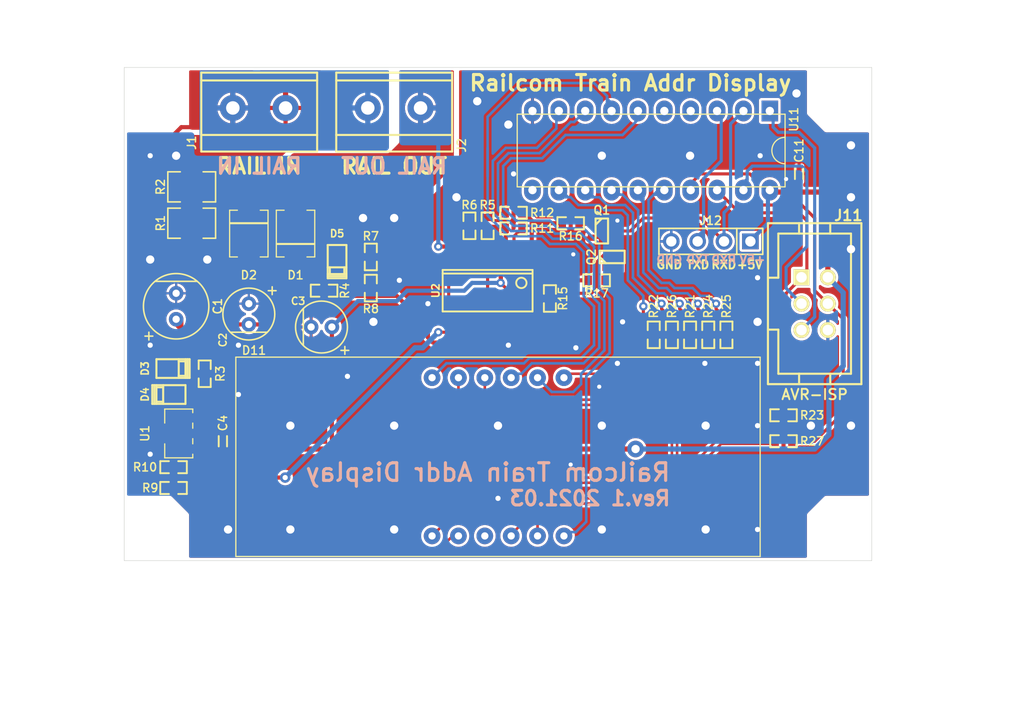
<source format=kicad_pcb>
(kicad_pcb (version 20171130) (host pcbnew "(5.1.9)-1")
  (layers (0 F.Cu signal) (31 B.Cu signal) (34 B.Paste user) (35 F.Paste user) (36 B.SilkS user) (37 F.SilkS user) (38 B.Mask user) (39 F.Mask user) (44 Edge.Cuts user))
  (net 0 "")
  (net 1 "Net-(C1-Pad1)")
  (net 2 GND)
  (net 3 "Net-(C2-Pad2)")
  (net 4 +5V)
  (net 5 EN)
  (net 6 RAIL-)
  (net 7 RAIL+)
  (net 8 "Net-(D4-Pad2)")
  (net 9 VSS)
  (net 10 "Net-(D11-Pad1)")
  (net 11 "Net-(D11-Pad2)")
  (net 12 "Net-(D11-Pad3)")
  (net 13 "Net-(D11-Pad4)")
  (net 14 "Net-(D11-Pad5)")
  (net 15 "Net-(D11-Pad6)")
  (net 16 "Net-(D11-Pad7)")
  (net 17 "Net-(D11-Pad8)")
  (net 18 "Net-(D11-Pad9)")
  (net 19 "Net-(D11-Pad10)")
  (net 20 "Net-(D11-Pad11)")
  (net 21 "Net-(D11-Pad12)")
  (net 22 MISO)
  (net 23 SCK)
  (net 24 MOSI)
  (net 25 RESET)
  (net 26 "Net-(Q1-Pad1)")
  (net 27 RXD)
  (net 28 "Net-(Q2-Pad1)")
  (net 29 P18mv)
  (net 30 N18mv)
  (net 31 "Net-(R10-Pad1)")
  (net 32 "Net-(R21-Pad2)")
  (net 33 "Net-(R22-Pad2)")
  (net 34 "Net-(R24-Pad2)")
  (net 35 "Net-(R25-Pad2)")
  (net 36 "Net-(R26-Pad2)")
  (net 37 "Net-(U11-Pad4)")
  (net 38 "Net-(U11-Pad5)")
  (net 39 "Net-(R11-Pad2)")
  (net 40 "Net-(R12-Pad2)")
  (net 41 TXD)
  (module footprint:R_3225 (layer F.Cu) (at 127.5 93.5 180)
    (fp_text reference R1 (at 3 0 90) (layer F.SilkS) (effects (font (size 0.8 0.8) (thickness 0.14))))
    (fp_text value 3R60 hide)
    (pad 2 smd rect (at 1.6 0 180) (size 1 2.5) (layers F.Cu F.Paste F.Mask) (net 2 GND))
    (pad 1 smd rect (at -1.6 0 180) (size 1 2.5) (layers F.Cu F.Paste F.Mask) (net 6 RAIL-))
  )
  (module footprint:R_3225 (layer F.Cu) (at 127.5 90 180)
    (fp_text reference R2 (at 3 0 90) (layer F.SilkS) (effects (font (size 0.8 0.8) (thickness 0.14))))
    (fp_text value 3R60 hide)
    (pad 2 smd rect (at 1.6 0 180) (size 1 2.5) (layers F.Cu F.Paste F.Mask) (net 2 GND))
    (pad 1 smd rect (at -1.6 0 180) (size 1 2.5) (layers F.Cu F.Paste F.Mask) (net 6 RAIL-))
  )
  (module footprint:TB111-2 (layer F.Cu) (at 134 79 180)
    (fp_text reference J1 (at 6.5 -6.75 90) (layer F.SilkS) (effects (font (size 0.8 0.8) (thickness 0.14))))
    (fp_text value RAIL_IN hide)
    (pad 2 thru_hole circle (at 2.54 -3.4 180) (size 2.5 2.5) (drill 1.3) (layers *.Cu *.Mask) (net 7 RAIL+))
    (pad 1 thru_hole circle (at -2.54 -3.4 180) (size 2.5 2.5) (drill 1.3) (layers *.Cu *.Mask) (net 2 GND))
  )
  (module footprint:TB111-2 (layer F.Cu) (at 147 79 180)
    (fp_text reference J2 (at -6.5 -7 90) (layer F.SilkS) (effects (font (size 0.8 0.8) (thickness 0.14))))
    (fp_text value RAIL_OUT hide)
    (pad 2 thru_hole circle (at 2.54 -3.4 180) (size 2.5 2.5) (drill 1.3) (layers *.Cu *.Mask) (net 7 RAIL+))
    (pad 1 thru_hole circle (at -2.54 -3.4 180) (size 2.5 2.5) (drill 1.3) (layers *.Cu *.Mask) (net 6 RAIL-))
  )
  (module footprint:SMBF (layer F.Cu) (at 137.5 94.5 90)
    (fp_text reference D1 (at -4 0) (layer F.SilkS) (effects (font (size 0.8 0.8) (thickness 0.14))))
    (fp_text value SR54F hide)
    (pad 2 smd rect (at 2.325 0 90) (size 1.85 2.2) (layers F.Cu F.Paste F.Mask) (net 6 RAIL-))
    (pad 1 smd rect (at -2.325 0 90) (size 1.85 2.2) (layers F.Cu F.Paste F.Mask) (net 2 GND))
  )
  (module footprint:SMBF (layer F.Cu) (at 133 94.5 270)
    (fp_text reference D2 (at 4 0) (layer F.SilkS) (effects (font (size 0.8 0.8) (thickness 0.14))))
    (fp_text value SR54F hide)
    (pad 2 smd rect (at 2.325 0 270) (size 1.85 2.2) (layers F.Cu F.Paste F.Mask) (net 2 GND))
    (pad 1 smd rect (at -2.325 0 270) (size 1.85 2.2) (layers F.Cu F.Paste F.Mask) (net 6 RAIL-))
  )
  (module footprint:CAP_TH_5x11 (layer F.Cu) (at 140 103.5 180)
    (fp_text reference C3 (at 2.25 2.5) (layer F.SilkS) (effects (font (size 0.7 0.7) (thickness 0.14))))
    (fp_text value 100uF hide)
    (pad 2 thru_hole circle (at 1 0 180) (size 1.4 1.4) (drill 0.7) (layers *.Cu *.Mask) (net 2 GND))
    (pad 1 thru_hole circle (at -1 0 180) (size 1.4 1.4) (drill 0.7) (layers *.Cu *.Mask) (net 4 +5V))
  )
  (module footprint:CAP_TH_5x11 (layer F.Cu) (at 133 102.25 270)
    (fp_text reference C2 (at 2.5 2.5 90) (layer F.SilkS) (effects (font (size 0.7 0.7) (thickness 0.14))))
    (fp_text value 100uF)
    (pad 2 thru_hole circle (at 1 0 270) (size 1.4 1.4) (drill 0.7) (layers *.Cu *.Mask) (net 3 "Net-(C2-Pad2)"))
    (pad 1 thru_hole circle (at -1 0 270) (size 1.4 1.4) (drill 0.7) (layers *.Cu *.Mask) (net 2 GND))
  )
  (module footprint:SOD-123FL (layer F.Cu) (at 141.5 97 270)
    (fp_text reference D5 (at -2.5 0) (layer F.SilkS) (effects (font (size 0.7 0.7))))
    (fp_text value GS1010FL hide)
    (pad 2 smd rect (at -1.525 0 270) (size 0.85 1.2) (layers F.Cu F.Paste F.Mask) (net 2 GND))
    (pad 1 smd rect (at 1.525 0 270) (size 0.85 1.2) (layers F.Cu F.Paste F.Mask) (net 9 VSS))
  )
  (module footprint:SOD-123FL (layer F.Cu) (at 125.5 110 180)
    (fp_text reference D4 (at 2.5 0 270) (layer F.SilkS) (effects (font (size 0.7 0.7))))
    (fp_text value GS1010FL hide)
    (pad 2 smd rect (at -1.525 0 180) (size 0.85 1.2) (layers F.Cu F.Paste F.Mask) (net 8 "Net-(D4-Pad2)"))
    (pad 1 smd rect (at 1.525 0 180) (size 0.85 1.2) (layers F.Cu F.Paste F.Mask) (net 7 RAIL+))
  )
  (module footprint:SOD-123FL (layer F.Cu) (at 125.5 107.5)
    (fp_text reference D3 (at -2.5 0 270) (layer F.SilkS) (effects (font (size 0.7 0.7))))
    (fp_text value GS1010FL hide)
    (pad 2 smd rect (at -1.525 0) (size 0.85 1.2) (layers F.Cu F.Paste F.Mask) (net 7 RAIL+))
    (pad 1 smd rect (at 1.525 0) (size 0.85 1.2) (layers F.Cu F.Paste F.Mask) (net 1 "Net-(C1-Pad1)"))
  )
  (module footprint:OSL40562 (layer F.Cu) (at 157 116)
    (fp_text reference D11 (at -23.5 -10.25 180) (layer F.SilkS) (effects (font (size 0.8 0.8) (thickness 0.14))))
    (fp_text value OSL40652 hide)
    (pad 1 thru_hole circle (at -6.35 7.62 270) (size 1.6 1.6) (drill 0.7) (layers *.Cu *.Mask) (net 10 "Net-(D11-Pad1)"))
    (pad 2 thru_hole circle (at -3.81 7.62 270) (size 1.6 1.6) (drill 0.7) (layers *.Cu *.Mask) (net 11 "Net-(D11-Pad2)"))
    (pad 3 thru_hole circle (at -1.27 7.62 270) (size 1.6 1.6) (drill 0.7) (layers *.Cu *.Mask) (net 12 "Net-(D11-Pad3)"))
    (pad 4 thru_hole circle (at 1.27 7.62 270) (size 1.6 1.6) (drill 0.7) (layers *.Cu *.Mask) (net 13 "Net-(D11-Pad4)"))
    (pad 5 thru_hole circle (at 3.81 7.62 270) (size 1.6 1.6) (drill 0.7) (layers *.Cu *.Mask) (net 14 "Net-(D11-Pad5)"))
    (pad 6 thru_hole circle (at 6.35 7.62 270) (size 1.6 1.6) (drill 0.7) (layers *.Cu *.Mask) (net 15 "Net-(D11-Pad6)"))
    (pad 7 thru_hole circle (at 6.35 -7.62 270) (size 1.6 1.6) (drill 0.7) (layers *.Cu *.Mask) (net 16 "Net-(D11-Pad7)"))
    (pad 8 thru_hole circle (at 3.81 -7.62 270) (size 1.6 1.6) (drill 0.7) (layers *.Cu *.Mask) (net 17 "Net-(D11-Pad8)"))
    (pad 9 thru_hole circle (at 1.27 -7.62 270) (size 1.6 1.6) (drill 0.7) (layers *.Cu *.Mask) (net 18 "Net-(D11-Pad9)"))
    (pad 10 thru_hole circle (at -1.27 -7.62 270) (size 1.6 1.6) (drill 0.7) (layers *.Cu *.Mask) (net 19 "Net-(D11-Pad10)"))
    (pad 11 thru_hole circle (at -3.81 -7.62 270) (size 1.6 1.6) (drill 0.7) (layers *.Cu *.Mask) (net 20 "Net-(D11-Pad11)"))
    (pad 12 thru_hole circle (at -6.35 -7.62 270) (size 1.6 1.6) (drill 0.7) (layers *.Cu *.Mask) (net 21 "Net-(D11-Pad12)"))
  )
  (module footprint:C_1005 (layer F.Cu) (at 130.5 114.5 90)
    (fp_text reference C4 (at 1.75 0 90) (layer F.SilkS) (effects (font (size 0.8 0.8) (thickness 0.14))))
    (fp_text value 104 hide)
    (pad 1 smd rect (at -0.475 0 90) (size 0.55 0.5) (layers F.Cu F.Paste F.Mask) (net 4 +5V))
    (pad 2 smd rect (at 0.475 0 90) (size 0.55 0.5) (layers F.Cu F.Paste F.Mask) (net 2 GND))
  )
  (module footprint:C_1005 (layer F.Cu) (at 186 88.75 90)
    (fp_text reference C11 (at 2.25 0 90) (layer F.SilkS) (effects (font (size 0.8 0.8) (thickness 0.14))))
    (fp_text value 104 hide)
    (pad 1 smd rect (at -0.475 0 90) (size 0.55 0.5) (layers F.Cu F.Paste F.Mask) (net 4 +5V))
    (pad 2 smd rect (at 0.475 0 90) (size 0.55 0.5) (layers F.Cu F.Paste F.Mask) (net 2 GND))
  )
  (module footprint:HOLE_3.2mm (layer F.Cu) (at 124 81.5)
    (fp_text reference H1 hide)
    (fp_text value 3.2mm hide)
    (pad "" np_thru_hole circle (at 0 0) (size 3.2 3.2) (drill 3.2) (layers *.Cu *.Mask))
  )
  (module footprint:HOLE_3.2mm (layer F.Cu) (at 190 81.5)
    (fp_text reference H2 hide)
    (fp_text value 3.2mm hide)
    (pad "" np_thru_hole circle (at 0 0) (size 3.2 3.2) (drill 3.2) (layers *.Cu *.Mask))
  )
  (module footprint:HOLE_3.2mm (layer F.Cu) (at 124 123)
    (fp_text reference H3 hide)
    (fp_text value 3.2mm hide)
    (pad "" np_thru_hole circle (at 0 0) (size 3.2 3.2) (drill 3.2) (layers *.Cu *.Mask))
  )
  (module footprint:HOLE_3.2mm (layer F.Cu) (at 190 123)
    (fp_text reference H4 hide)
    (fp_text value 3.2mm hide)
    (pad "" np_thru_hole circle (at 0 0) (size 3.2 3.2) (drill 3.2) (layers *.Cu *.Mask))
  )
  (module footprint:SC-70 (layer F.Cu) (at 167 94.25 270)
    (fp_text reference Q1 (at -2 0 180) (layer F.SilkS) (effects (font (size 0.8 0.8))))
    (fp_text value SSM3K7002BFU hide)
    (pad 1 smd rect (at -0.65 0.95 270) (size 0.6 0.8) (layers F.Cu F.Paste F.Mask) (net 26 "Net-(Q1-Pad1)"))
    (pad 2 smd rect (at 0.65 0.95 270) (size 0.6 0.8) (layers F.Cu F.Paste F.Mask) (net 2 GND))
    (pad 3 smd rect (at 0 -0.95 270) (size 0.6 0.8) (layers F.Cu F.Paste F.Mask) (net 27 RXD))
  )
  (module footprint:SC-70 (layer F.Cu) (at 168 96.75)
    (fp_text reference Q2 (at -2 0 90) (layer F.SilkS) (effects (font (size 0.8 0.8))))
    (fp_text value SSM3K7002BFU hide)
    (pad 3 smd rect (at 0 -0.95) (size 0.6 0.8) (layers F.Cu F.Paste F.Mask) (net 27 RXD))
    (pad 2 smd rect (at 0.65 0.95) (size 0.6 0.8) (layers F.Cu F.Paste F.Mask) (net 2 GND))
    (pad 1 smd rect (at -0.65 0.95) (size 0.6 0.8) (layers F.Cu F.Paste F.Mask) (net 28 "Net-(Q2-Pad1)"))
  )
  (module footprint:R_1608 (layer F.Cu) (at 128.75 108 90)
    (fp_text reference R3 (at 0 1.5 270) (layer F.SilkS) (effects (font (size 0.8 0.8) (thickness 0.14))))
    (fp_text value 221 hide)
    (pad 1 smd rect (at -0.8 0 90) (size 0.7 0.9) (layers F.Cu F.Paste F.Mask) (net 8 "Net-(D4-Pad2)"))
    (pad 2 smd rect (at 0.8 0 90) (size 0.7 0.9) (layers F.Cu F.Paste F.Mask) (net 3 "Net-(C2-Pad2)"))
  )
  (module footprint:R_1608 (layer F.Cu) (at 140.25 100 180)
    (fp_text reference R4 (at -2 0 90) (layer F.SilkS) (effects (font (size 0.8 0.8) (thickness 0.14))))
    (fp_text value 221 hide)
    (pad 2 smd rect (at 0.8 0 180) (size 0.7 0.9) (layers F.Cu F.Paste F.Mask) (net 3 "Net-(C2-Pad2)"))
    (pad 1 smd rect (at -0.8 0 180) (size 0.7 0.9) (layers F.Cu F.Paste F.Mask) (net 9 VSS))
  )
  (module footprint:R_1608 (layer F.Cu) (at 156 93.75 270)
    (fp_text reference R5 (at -2 0) (layer F.SilkS) (effects (font (size 0.8 0.8) (thickness 0.14))))
    (fp_text value 274 hide)
    (pad 1 smd rect (at -0.8 0 270) (size 0.7 0.9) (layers F.Cu F.Paste F.Mask) (net 4 +5V))
    (pad 2 smd rect (at 0.8 0 270) (size 0.7 0.9) (layers F.Cu F.Paste F.Mask) (net 29 P18mv))
  )
  (module footprint:R_1608 (layer F.Cu) (at 154.25 93.75 90)
    (fp_text reference R6 (at 2 0) (layer F.SilkS) (effects (font (size 0.8 0.8) (thickness 0.14))))
    (fp_text value 102 hide)
    (pad 2 smd rect (at 0.8 0 90) (size 0.7 0.9) (layers F.Cu F.Paste F.Mask) (net 2 GND))
    (pad 1 smd rect (at -0.8 0 90) (size 0.7 0.9) (layers F.Cu F.Paste F.Mask) (net 29 P18mv))
  )
  (module footprint:R_1608 (layer F.Cu) (at 144.75 96.75 270)
    (fp_text reference R7 (at -2 0) (layer F.SilkS) (effects (font (size 0.8 0.8) (thickness 0.14))))
    (fp_text value 821 hide)
    (pad 1 smd rect (at -0.8 0 270) (size 0.7 0.9) (layers F.Cu F.Paste F.Mask) (net 2 GND))
    (pad 2 smd rect (at 0.8 0 270) (size 0.7 0.9) (layers F.Cu F.Paste F.Mask) (net 30 N18mv))
  )
  (module footprint:R_1608 (layer F.Cu) (at 144.75 99.75 270)
    (fp_text reference R8 (at 2 0) (layer F.SilkS) (effects (font (size 0.8 0.8) (thickness 0.14))))
    (fp_text value 333 hide)
    (pad 1 smd rect (at -0.8 0 270) (size 0.7 0.9) (layers F.Cu F.Paste F.Mask) (net 30 N18mv))
    (pad 2 smd rect (at 0.8 0 270) (size 0.7 0.9) (layers F.Cu F.Paste F.Mask) (net 9 VSS))
  )
  (module footprint:R_1608 (layer F.Cu) (at 125.75 119)
    (fp_text reference R9 (at -2.25 0) (layer F.SilkS) (effects (font (size 0.8 0.8) (thickness 0.14))))
    (fp_text value 104 hide)
    (pad 2 smd rect (at 0.8 0) (size 0.7 0.9) (layers F.Cu F.Paste F.Mask) (net 31 "Net-(R10-Pad1)"))
    (pad 1 smd rect (at -0.8 0) (size 0.7 0.9) (layers F.Cu F.Paste F.Mask) (net 7 RAIL+))
  )
  (module footprint:R_1608 (layer F.Cu) (at 125.75 117 180)
    (fp_text reference R10 (at 2.75 0 180) (layer F.SilkS) (effects (font (size 0.8 0.8) (thickness 0.14))))
    (fp_text value 104 hide)
    (pad 2 smd rect (at 0.8 0 180) (size 0.7 0.9) (layers F.Cu F.Paste F.Mask) (net 2 GND))
    (pad 1 smd rect (at -0.8 0 180) (size 0.7 0.9) (layers F.Cu F.Paste F.Mask) (net 31 "Net-(R10-Pad1)"))
  )
  (module footprint:R_1608 (layer F.Cu) (at 158.5 94)
    (fp_text reference R11 (at 2.75 0) (layer F.SilkS) (effects (font (size 0.8 0.8) (thickness 0.14))))
    (fp_text value 103 hide)
    (pad 1 smd rect (at -0.8 0) (size 0.7 0.9) (layers F.Cu F.Paste F.Mask) (net 4 +5V))
    (pad 2 smd rect (at 0.8 0) (size 0.7 0.9) (layers F.Cu F.Paste F.Mask) (net 39 "Net-(R11-Pad2)"))
  )
  (module footprint:R_1608 (layer F.Cu) (at 158.5 92.5)
    (fp_text reference R12 (at 2.75 0) (layer F.SilkS) (effects (font (size 0.8 0.8) (thickness 0.14))))
    (fp_text value 103 hide)
    (pad 1 smd rect (at -0.8 0) (size 0.7 0.9) (layers F.Cu F.Paste F.Mask) (net 4 +5V))
    (pad 2 smd rect (at 0.8 0) (size 0.7 0.9) (layers F.Cu F.Paste F.Mask) (net 40 "Net-(R12-Pad2)"))
  )
  (module footprint:R_1608 (layer F.Cu) (at 162 100.75 270)
    (fp_text reference R15 (at 0 -1.25 90) (layer F.SilkS) (effects (font (size 0.8 0.8) (thickness 0.14))))
    (fp_text value 102 hide)
    (pad 2 smd rect (at 0.8 0 270) (size 0.7 0.9) (layers F.Cu F.Paste F.Mask) (net 27 RXD))
    (pad 1 smd rect (at -0.8 0 270) (size 0.7 0.9) (layers F.Cu F.Paste F.Mask) (net 4 +5V))
  )
  (module footprint:R_1608 (layer F.Cu) (at 175.5 104.25 90)
    (fp_text reference R21 (at 2.75 0 90) (layer F.SilkS) (effects (font (size 0.8 0.8) (thickness 0.14))))
    (fp_text value 102 hide)
    (pad 2 smd rect (at 0.8 0 90) (size 0.7 0.9) (layers F.Cu F.Paste F.Mask) (net 32 "Net-(R21-Pad2)"))
    (pad 1 smd rect (at -0.8 0 90) (size 0.7 0.9) (layers F.Cu F.Paste F.Mask) (net 20 "Net-(D11-Pad11)"))
  )
  (module footprint:R_1608 (layer F.Cu) (at 172 104.25 90)
    (fp_text reference R22 (at 2.75 0 90) (layer F.SilkS) (effects (font (size 0.8 0.8) (thickness 0.14))))
    (fp_text value 102 hide)
    (pad 1 smd rect (at -0.8 0 90) (size 0.7 0.9) (layers F.Cu F.Paste F.Mask) (net 16 "Net-(D11-Pad7)"))
    (pad 2 smd rect (at 0.8 0 90) (size 0.7 0.9) (layers F.Cu F.Paste F.Mask) (net 33 "Net-(R22-Pad2)"))
  )
  (module footprint:R_1608 (layer F.Cu) (at 184.5 112)
    (fp_text reference R23 (at 2.75 0) (layer F.SilkS) (effects (font (size 0.8 0.8) (thickness 0.14))))
    (fp_text value 102 hide)
    (pad 1 smd rect (at -0.8 0) (size 0.7 0.9) (layers F.Cu F.Paste F.Mask) (net 13 "Net-(D11-Pad4)"))
    (pad 2 smd rect (at 0.8 0) (size 0.7 0.9) (layers F.Cu F.Paste F.Mask) (net 22 MISO))
  )
  (module footprint:R_1608 (layer F.Cu) (at 177.25 104.25 90)
    (fp_text reference R24 (at 2.75 0 90) (layer F.SilkS) (effects (font (size 0.8 0.8) (thickness 0.14))))
    (fp_text value 102 hide)
    (pad 2 smd rect (at 0.8 0 90) (size 0.7 0.9) (layers F.Cu F.Paste F.Mask) (net 34 "Net-(R24-Pad2)"))
    (pad 1 smd rect (at -0.8 0 90) (size 0.7 0.9) (layers F.Cu F.Paste F.Mask) (net 11 "Net-(D11-Pad2)"))
  )
  (module footprint:R_1608 (layer F.Cu) (at 179 104.25 90)
    (fp_text reference R25 (at 2.75 0 90) (layer F.SilkS) (effects (font (size 0.8 0.8) (thickness 0.14))))
    (fp_text value 102 hide)
    (pad 2 smd rect (at 0.8 0 90) (size 0.7 0.9) (layers F.Cu F.Paste F.Mask) (net 35 "Net-(R25-Pad2)"))
    (pad 1 smd rect (at -0.8 0 90) (size 0.7 0.9) (layers F.Cu F.Paste F.Mask) (net 10 "Net-(D11-Pad1)"))
  )
  (module footprint:R_1608 (layer F.Cu) (at 173.75 104.25 90)
    (fp_text reference R26 (at 2.75 0 90) (layer F.SilkS) (effects (font (size 0.8 0.8) (thickness 0.14))))
    (fp_text value 102 hide)
    (pad 2 smd rect (at 0.8 0 90) (size 0.7 0.9) (layers F.Cu F.Paste F.Mask) (net 36 "Net-(R26-Pad2)"))
    (pad 1 smd rect (at -0.8 0 90) (size 0.7 0.9) (layers F.Cu F.Paste F.Mask) (net 19 "Net-(D11-Pad10)"))
  )
  (module footprint:R_1608 (layer F.Cu) (at 184.5 114.5)
    (fp_text reference R27 (at 2.75 0) (layer F.SilkS) (effects (font (size 0.8 0.8) (thickness 0.14))))
    (fp_text value 102 hide)
    (pad 1 smd rect (at -0.8 0) (size 0.7 0.9) (layers F.Cu F.Paste F.Mask) (net 14 "Net-(D11-Pad5)"))
    (pad 2 smd rect (at 0.8 0) (size 0.7 0.9) (layers F.Cu F.Paste F.Mask) (net 24 MOSI))
  )
  (module footprint:SOT-89-3 (layer F.Cu) (at 126.25 113.75 90)
    (fp_text reference U1 (at 0 -3.25 270) (layer F.SilkS) (effects (font (size 0.8 0.8) (thickness 0.14))))
    (fp_text value 78L05 hide)
    (pad 1 smd rect (at -1.5 1.85) (size 1.5 1) (layers F.Cu F.Paste F.Mask) (net 4 +5V))
    (pad 2 smd rect (at 0 1.85) (size 1.5 1) (layers F.Cu F.Paste F.Mask) (net 2 GND))
    (pad 3 smd rect (at 1.5 1.85) (size 1.5 1) (layers F.Cu F.Paste F.Mask) (net 1 "Net-(C1-Pad1)"))
    (pad 2 smd rect (at 0 -1.1) (size 3 2) (layers F.Cu F.Paste F.Mask) (net 2 GND))
    (pad 2 smd trapezoid (at 0 0.75 90) (size 1.5 0.7) (rect_delta 0 -0.5) (layers F.Cu F.Paste F.Mask) (net 2 GND))
  )
  (module footprint:PDIP20 (layer F.Cu) (at 171.75 86.5 270)
    (fp_text reference U11 (at -3 -13.75 270) (layer F.SilkS) (effects (font (size 0.8 0.8) (thickness 0.14))))
    (fp_text value ATtiny2313-20PU)
    (pad 1 thru_hole rect (at -3.81 -11.43 180) (size 1.6 2) (drill 0.8) (layers *.Cu *.Mask) (net 25 RESET))
    (pad 2 thru_hole oval (at -3.81 -8.89 180) (size 1.6 2) (drill 0.8) (layers *.Cu *.Mask) (net 27 RXD))
    (pad 3 thru_hole oval (at -3.81 -6.35 180) (size 1.6 2) (drill 0.8) (layers *.Cu *.Mask) (net 41 TXD))
    (pad 4 thru_hole oval (at -3.81 -3.81 180) (size 1.6 2) (drill 0.8) (layers *.Cu *.Mask) (net 37 "Net-(U11-Pad4)"))
    (pad 5 thru_hole oval (at -3.81 -1.27 180) (size 1.6 2) (drill 0.8) (layers *.Cu *.Mask) (net 38 "Net-(U11-Pad5)"))
    (pad 6 thru_hole oval (at -3.81 1.27 180) (size 1.6 2) (drill 0.8) (layers *.Cu *.Mask) (net 15 "Net-(D11-Pad6)"))
    (pad 7 thru_hole oval (at -3.81 3.81 180) (size 1.6 2) (drill 0.8) (layers *.Cu *.Mask) (net 21 "Net-(D11-Pad12)"))
    (pad 8 thru_hole oval (at -3.81 6.35 180) (size 1.6 2) (drill 0.8) (layers *.Cu *.Mask) (net 17 "Net-(D11-Pad8)"))
    (pad 9 thru_hole oval (at -3.81 8.89 180) (size 1.6 2) (drill 0.8) (layers *.Cu *.Mask) (net 18 "Net-(D11-Pad9)"))
    (pad 10 thru_hole oval (at -3.81 11.43 180) (size 1.6 2) (drill 0.8) (layers *.Cu *.Mask) (net 2 GND))
    (pad 11 thru_hole oval (at 3.81 11.43 180) (size 1.6 2) (drill 0.8) (layers *.Cu *.Mask) (net 5 EN))
    (pad 12 thru_hole oval (at 3.81 8.89 180) (size 1.6 2) (drill 0.8) (layers *.Cu *.Mask) (net 33 "Net-(R22-Pad2)"))
    (pad 13 thru_hole oval (at 3.81 6.35 180) (size 1.6 2) (drill 0.8) (layers *.Cu *.Mask) (net 36 "Net-(R26-Pad2)"))
    (pad 14 thru_hole oval (at 3.81 3.81 180) (size 1.6 2) (drill 0.8) (layers *.Cu *.Mask) (net 32 "Net-(R21-Pad2)"))
    (pad 15 thru_hole oval (at 3.81 1.27 180) (size 1.6 2) (drill 0.8) (layers *.Cu *.Mask) (net 34 "Net-(R24-Pad2)"))
    (pad 16 thru_hole oval (at 3.81 -1.27 180) (size 1.6 2) (drill 0.8) (layers *.Cu *.Mask) (net 35 "Net-(R25-Pad2)"))
    (pad 17 thru_hole oval (at 3.81 -3.81 180) (size 1.6 2) (drill 0.8) (layers *.Cu *.Mask) (net 24 MOSI))
    (pad 18 thru_hole oval (at 3.81 -6.35 180) (size 1.6 2) (drill 0.8) (layers *.Cu *.Mask) (net 22 MISO))
    (pad 19 thru_hole oval (at 3.81 -8.89 180) (size 1.6 2) (drill 0.8) (layers *.Cu *.Mask) (net 23 SCK))
    (pad 20 thru_hole oval (at 3.81 -11.43 180) (size 1.6 2) (drill 0.8) (layers *.Cu *.Mask) (net 4 +5V))
  )
  (module footprint:pin_array_3x2_Block (layer F.Cu) (at 187.5 101.25 270)
    (fp_text reference J11 (at -8.5 -3.25 180) (layer F.SilkS) (effects (font (size 1.016 1.016) (thickness 0.2032))))
    (fp_text value AVR-ISP-6 hide)
    (pad 1 thru_hole rect (at -2.54 1.27 270) (size 1.524 1.524) (drill 1.016) (layers *.Cu *.Mask F.SilkS) (net 22 MISO))
    (pad 2 thru_hole circle (at -2.54 -1.27 270) (size 1.524 1.524) (drill 1.016) (layers *.Cu *.Mask F.SilkS) (net 4 +5V))
    (pad 3 thru_hole circle (at 0 1.27 270) (size 1.524 1.524) (drill 1.016) (layers *.Cu *.Mask F.SilkS) (net 23 SCK))
    (pad 4 thru_hole circle (at 0 -1.27 270) (size 1.524 1.524) (drill 1.016) (layers *.Cu *.Mask F.SilkS) (net 24 MOSI))
    (pad 5 thru_hole circle (at 2.54 1.27 270) (size 1.524 1.524) (drill 1.016) (layers *.Cu *.Mask F.SilkS) (net 25 RESET))
    (pad 6 thru_hole circle (at 2.54 -1.27 270) (size 1.524 1.524) (drill 1.016) (layers *.Cu *.Mask F.SilkS) (net 2 GND))
  )
  (module footprint:R_1608 (layer F.Cu) (at 164 93.5 180)
    (fp_text reference R16 (at 0 -1.25) (layer F.SilkS) (effects (font (size 0.8 0.8) (thickness 0.14))))
    (fp_text value 331 hide)
    (pad 1 smd rect (at -0.8 0 180) (size 0.7 0.9) (layers F.Cu F.Paste F.Mask) (net 26 "Net-(Q1-Pad1)"))
    (pad 2 smd rect (at 0.8 0 180) (size 0.7 0.9) (layers F.Cu F.Paste F.Mask) (net 40 "Net-(R12-Pad2)"))
  )
  (module footprint:R_1608 (layer F.Cu) (at 166.5 99 180)
    (fp_text reference R17 (at 0 -1.25) (layer F.SilkS) (effects (font (size 0.8 0.8) (thickness 0.14))))
    (fp_text value 331 hide)
    (pad 2 smd rect (at 0.8 0 180) (size 0.7 0.9) (layers F.Cu F.Paste F.Mask) (net 39 "Net-(R11-Pad2)"))
    (pad 1 smd rect (at -0.8 0 180) (size 0.7 0.9) (layers F.Cu F.Paste F.Mask) (net 28 "Net-(Q2-Pad1)"))
  )
  (module footprint:SOIC-14 (layer F.Cu) (at 156 100 270)
    (fp_text reference U2 (at 0 5 90) (layer F.SilkS) (effects (font (size 0.7 0.7))))
    (fp_text value LM339 hide)
    (pad 14 smd rect (at 2.7 -3.81 180) (size 0.6 1.55) (layers F.Cu F.Paste F.Mask) (net 27 RXD))
    (pad 1 smd rect (at -2.7 -3.81 180) (size 0.6 1.55) (layers F.Cu F.Paste F.Mask) (net 40 "Net-(R12-Pad2)"))
    (pad 13 smd rect (at 2.7 -2.54 180) (size 0.6 1.55) (layers F.Cu F.Paste F.Mask) (net 27 RXD))
    (pad 2 smd rect (at -2.7 -2.54 180) (size 0.6 1.55) (layers F.Cu F.Paste F.Mask) (net 39 "Net-(R11-Pad2)"))
    (pad 12 smd rect (at 2.7 -1.27 180) (size 0.6 1.55) (layers F.Cu F.Paste F.Mask) (net 9 VSS))
    (pad 3 smd rect (at -2.7 -1.27 180) (size 0.6 1.55) (layers F.Cu F.Paste F.Mask) (net 4 +5V))
    (pad 11 smd rect (at 2.7 0 180) (size 0.6 1.55) (layers F.Cu F.Paste F.Mask) (net 29 P18mv))
    (pad 4 smd rect (at -2.7 0 180) (size 0.6 1.55) (layers F.Cu F.Paste F.Mask) (net 29 P18mv))
    (pad 10 smd rect (at 2.7 1.27 180) (size 0.6 1.55) (layers F.Cu F.Paste F.Mask) (net 31 "Net-(R10-Pad1)"))
    (pad 5 smd rect (at -2.7 1.27 180) (size 0.6 1.55) (layers F.Cu F.Paste F.Mask) (net 6 RAIL-))
    (pad 9 smd rect (at 2.7 2.54 180) (size 0.6 1.55) (layers F.Cu F.Paste F.Mask) (net 31 "Net-(R10-Pad1)"))
    (pad 6 smd rect (at -2.7 2.54 180) (size 0.6 1.55) (layers F.Cu F.Paste F.Mask) (net 6 RAIL-))
    (pad 8 smd rect (at 2.7 3.81 180) (size 0.6 1.55) (layers F.Cu F.Paste F.Mask) (net 30 N18mv))
    (pad 7 smd rect (at -2.7 3.81 180) (size 0.6 1.55) (layers F.Cu F.Paste F.Mask) (net 30 N18mv))
  )
  (module footprint:pin_array_1x4 (layer F.Cu) (at 177.5 95.25 180)
    (fp_text reference J12 (at 0 2) (layer F.SilkS) (effects (font (size 0.8 0.8))))
    (fp_text value Debug hide)
    (pad 1 thru_hole rect (at -3.81 0 180) (size 1.6 1.524) (drill 1) (layers *.Cu *.Mask) (net 4 +5V))
    (pad 2 thru_hole circle (at -1.27 0 180) (size 1.6 1.6) (drill 1) (layers *.Cu *.Mask) (net 27 RXD))
    (pad 3 thru_hole circle (at 1.27 0 180) (size 1.6 1.6) (drill 1) (layers *.Cu *.Mask) (net 41 TXD))
    (pad 4 thru_hole circle (at 3.81 0 180) (size 1.6 1.6) (drill 1) (layers *.Cu *.Mask) (net 2 GND))
  )
  (module footprint:CAP_TH_6.3x11 (layer F.Cu) (at 126 101.5 90)
    (fp_text reference C1 (at 0 4 90) (layer F.SilkS) (effects (font (size 0.8 0.8))))
    (fp_text value 220uF)
    (pad 2 thru_hole circle (at 1.25 0 90) (size 1.4 1.4) (drill 0.7) (layers *.Cu *.Mask) (net 2 GND))
    (pad 1 thru_hole circle (at -1.25 0 90) (size 1.4 1.4) (drill 0.7) (layers *.Cu *.Mask) (net 1 "Net-(C1-Pad1)"))
  )
  (gr_text +5V (at 181.5 97) (layer B.SilkS) (effects (font (size 0.8 0.8) (thickness 0.18)) (justify mirror)))
  (gr_text RXD (at 178.75 97) (layer B.SilkS) (effects (font (size 0.8 0.8) (thickness 0.18)) (justify mirror)))
  (gr_text TXD (at 176.25 97) (layer B.SilkS) (effects (font (size 0.8 0.8) (thickness 0.18)) (justify mirror)))
  (gr_text GND (at 173.5 97) (layer B.SilkS) (effects (font (size 0.8 0.8) (thickness 0.18)) (justify mirror)))
  (gr_text AVR-ISP (at 187.5 110) (layer F.SilkS) (effects (font (size 1 1) (thickness 0.18))))
  (gr_text +5V (at 181.25 97.5) (layer F.SilkS) (effects (font (size 0.8 0.8) (thickness 0.18))))
  (gr_text RXD (at 178.75 97.5) (layer F.SilkS) (effects (font (size 0.8 0.8) (thickness 0.18))))
  (gr_text TXD (at 176.25 97.5) (layer F.SilkS) (effects (font (size 0.8 0.8) (thickness 0.18))))
  (gr_text GND (at 173.5 97.5) (layer F.SilkS) (effects (font (size 0.8 0.8) (thickness 0.18))))
  (gr_text "Rev.1 2021.03" (at 173.75 120) (layer B.SilkS) (effects (font (size 1.4 1.4) (thickness 0.3)) (justify left mirror)))
  (gr_text "RAIL IN" (at 134 88) (layer B.SilkS) (effects (font (size 1.5 1.5) (thickness 0.3)) (justify mirror)))
  (gr_text "RAIL OUT" (at 147 88) (layer B.SilkS) (effects (font (size 1.5 1.5) (thickness 0.3)) (justify mirror)))
  (gr_text "Railcom Train Addr Display" (at 173.75 117.5) (layer B.SilkS) (effects (font (size 1.7 1.7) (thickness 0.3)) (justify left mirror)))
  (gr_text "Railcom Train Addr Display" (at 169.75 80) (layer F.SilkS) (effects (font (size 1.5 1.5) (thickness 0.3))))
  (gr_text "RAIL OUT" (at 147 88) (layer F.SilkS) (effects (font (size 1.5 1.5) (thickness 0.3))))
  (gr_text "RAIL IN" (at 134 88) (layer F.SilkS) (effects (font (size 1.5 1.5) (thickness 0.3))))
  (gr_line (start 193 78.5) (end 193 126) (layer Edge.Cuts) (width 0.05))
  (gr_line (start 121 78.5) (end 193 78.5) (layer Edge.Cuts) (width 0.05))
  (gr_line (start 121 126) (end 193 126) (layer Edge.Cuts) (width 0.05))
  (gr_line (start 121 126) (end 121 78.5) (layer Edge.Cuts) (width 0.05))
  (segment (start 126.5 103.25) (end 126.5 102.75) (width 0.4) (layer F.Cu) (net 1))
  (segment (start 128.1 112.25) (end 127.75 112.25) (width 0.4) (layer F.Cu) (net 1))
  (segment (start 126.5 103.75) (end 125.75 103) (width 0.4) (layer F.Cu) (net 1))
  (segment (start 127.529998 112.25) (end 128.1 112.25) (width 0.4) (layer F.Cu) (net 1))
  (segment (start 126 110.720002) (end 127.529998 112.25) (width 0.4) (layer F.Cu) (net 1))
  (segment (start 126 108.75) (end 126 110.720002) (width 0.4) (layer F.Cu) (net 1))
  (segment (start 126.5 108.25) (end 126 108.75) (width 0.4) (layer F.Cu) (net 1))
  (segment (start 126.5 107.5) (end 127.025 107.5) (width 0.4) (layer F.Cu) (net 1))
  (segment (start 126.5 107.5) (end 126.5 108.25) (width 0.4) (layer F.Cu) (net 1))
  (segment (start 126.5 103.25) (end 126 102.75) (width 0.4) (layer F.Cu) (net 1))
  (segment (start 126.5 107.5) (end 126.5 103.25) (width 0.4) (layer F.Cu) (net 1))
  (segment (start 125.5 89.25) (end 126.75 89.25) (width 0.5) (layer F.Cu) (net 2))
  (segment (start 125.5 90.75) (end 126.75 90.75) (width 0.5) (layer F.Cu) (net 2))
  (segment (start 125.5 94.25) (end 126.75 94.25) (width 0.5) (layer F.Cu) (net 2))
  (segment (start 125.5 92.75) (end 126.75 92.75) (width 0.5) (layer F.Cu) (net 2))
  (segment (start 124.5 94.25) (end 125.75 94.25) (width 0.5) (layer F.Cu) (net 2))
  (segment (start 124.5 92.75) (end 125.75 92.75) (width 0.5) (layer F.Cu) (net 2))
  (segment (start 124.5 90.75) (end 125.75 90.75) (width 0.5) (layer F.Cu) (net 2))
  (segment (start 124.5 89.25) (end 125.75 89.25) (width 0.5) (layer F.Cu) (net 2))
  (segment (start 136.54 82.4) (end 136.54 79.54) (width 0.5) (layer F.Cu) (net 2))
  (segment (start 136.54 79.54) (end 136.5 79.5) (width 0.5) (layer F.Cu) (net 2))
  (segment (start 136.54 82.4) (end 136.54 84.54) (width 0.4) (layer F.Cu) (net 2))
  (segment (start 136.54 84.54) (end 136.75 84.75) (width 0.4) (layer F.Cu) (net 2))
  (segment (start 136.54 82.4) (end 138.85 82.4) (width 0.4) (layer F.Cu) (net 2))
  (segment (start 136.54 82.4) (end 134.4 82.4) (width 0.4) (layer F.Cu) (net 2))
  (segment (start 124.5 90.5) (end 124.5 92.5) (width 0.5) (layer F.Cu) (net 2))
  (segment (start 124.5 92.5) (end 124.5 93) (width 0.5) (layer F.Cu) (net 2))
  (segment (start 137.5 96.825) (end 137.5 98.5) (width 0.5) (layer F.Cu) (net 2))
  (segment (start 133 96.825) (end 131.175 96.825) (width 0.5) (layer F.Cu) (net 2))
  (segment (start 133 96.825) (end 137.5 96.825) (width 0.5) (layer F.Cu) (net 2))
  (segment (start 133 96.825) (end 133 95) (width 0.5) (layer F.Cu) (net 2))
  (segment (start 137.5 96.825) (end 137.5 95) (width 0.5) (layer F.Cu) (net 2))
  (segment (start 137.5 96.825) (end 139.675 96.825) (width 0.5) (layer F.Cu) (net 2))
  (segment (start 133 98.5) (end 133 96.825) (width 0.5) (layer F.Cu) (net 2))
  (segment (start 124.5 96) (end 125.5 97) (width 0.5) (layer F.Cu) (net 2))
  (segment (start 124.5 92.5) (end 124.5 96) (width 0.5) (layer F.Cu) (net 2))
  (segment (start 125.15 113.75) (end 127 113.75) (width 0.4) (layer F.Cu) (net 2))
  (segment (start 127 113.75) (end 128.1 113.75) (width 0.4) (layer F.Cu) (net 2))
  (segment (start 123.25 99.75) (end 123.25 97) (width 0.4) (layer F.Cu) (net 2))
  (segment (start 123.25 104.25) (end 123.25 99.75) (width 0.4) (layer F.Cu) (net 2))
  (segment (start 125.65 113.75) (end 125.15 113.75) (width 0.4) (layer F.Cu) (net 2))
  (segment (start 124.95 117) (end 125.75 117) (width 0.2) (layer F.Cu) (net 2))
  (segment (start 125.75 117) (end 125.75 118) (width 0.2) (layer F.Cu) (net 2))
  (segment (start 125.75 118) (end 125.75 119.75) (width 0.2) (layer F.Cu) (net 2))
  (segment (start 125.75 119.75) (end 126.5 120.5) (width 0.2) (layer F.Cu) (net 2))
  (segment (start 126.5 120.5) (end 128.75 120.5) (width 0.2) (layer F.Cu) (net 2))
  (segment (start 125.75 114.35) (end 125.15 113.75) (width 0.3) (layer F.Cu) (net 2))
  (segment (start 125.75 115.5) (end 125.75 116) (width 0.2) (layer F.Cu) (net 2))
  (segment (start 125.75 116) (end 125.75 117) (width 0.2) (layer F.Cu) (net 2))
  (segment (start 125 108.25) (end 125 106) (width 0.4) (layer F.Cu) (net 2))
  (segment (start 133 101.25) (end 133 98.5) (width 0.2) (layer F.Cu) (net 2))
  (segment (start 133 101.25) (end 130.75 101.25) (width 0.2) (layer F.Cu) (net 2))
  (segment (start 133 101.25) (end 134.75 101.25) (width 0.2) (layer F.Cu) (net 2))
  (segment (start 125.675 96.825) (end 125.5 97) (width 0.4) (layer F.Cu) (net 2))
  (segment (start 123.5 97) (end 124.5 96) (width 0.4) (layer F.Cu) (net 2))
  (segment (start 123.25 97) (end 123.5 97) (width 0.4) (layer F.Cu) (net 2))
  (segment (start 141.5 95.475) (end 141.5 96.75) (width 0.3) (layer F.Cu) (net 2))
  (segment (start 139.75 96.75) (end 139.675 96.825) (width 0.3) (layer F.Cu) (net 2))
  (segment (start 141.5 96.75) (end 139.75 96.75) (width 0.3) (layer F.Cu) (net 2))
  (segment (start 141.5 95.475) (end 141.5 94) (width 0.3) (layer F.Cu) (net 2))
  (segment (start 139 103.5) (end 139 102) (width 0.3) (layer F.Cu) (net 2))
  (segment (start 139 103.5) (end 139 105.25) (width 0.3) (layer F.Cu) (net 2))
  (segment (start 134.5 105.25) (end 132 107.75) (width 0.3) (layer F.Cu) (net 2))
  (segment (start 139 103.5) (end 137.5 103.5) (width 0.3) (layer F.Cu) (net 2))
  (segment (start 143.5 93.5) (end 141.5 93.5) (width 0.5) (layer F.Cu) (net 2))
  (segment (start 141.5 93.5) (end 141.5 94) (width 0.5) (layer F.Cu) (net 2))
  (segment (start 130.5 114.025) (end 130.5 113.25) (width 0.3) (layer F.Cu) (net 2))
  (segment (start 130.5 113.25) (end 132 113.25) (width 0.4) (layer F.Cu) (net 2))
  (segment (start 132 113.25) (end 132 113.75) (width 0.3) (layer F.Cu) (net 2))
  (segment (start 130.5 113.25) (end 129.75 113.25) (width 0.4) (layer F.Cu) (net 2))
  (segment (start 144.75 93.75) (end 145.25 93.75) (width 0.3) (layer F.Cu) (net 2))
  (segment (start 144.75 95.95) (end 144.75 93.75) (width 0.3) (layer F.Cu) (net 2))
  (segment (start 144.75 93.75) (end 144.75 93.5) (width 0.3) (layer F.Cu) (net 2))
  (segment (start 160.32 80.57) (end 160.32 80.68) (width 0.3) (layer F.Cu) (net 2))
  (segment (start 160.32 82.69) (end 160.32 80.68) (width 0.3) (layer F.Cu) (net 2))
  (segment (start 160.32 82.69) (end 160.32 84.68) (width 0.3) (layer F.Cu) (net 2))
  (segment (start 130.75 101.25) (end 131 101.25) (width 0.2) (layer B.Cu) (net 2))
  (segment (start 133 101.25) (end 131 101.25) (width 0.2) (layer B.Cu) (net 2))
  (segment (start 133 101.25) (end 133 99.75) (width 0.2) (layer B.Cu) (net 2))
  (segment (start 133 101.25) (end 134.5 101.25) (width 0.2) (layer B.Cu) (net 2))
  (segment (start 139 103.5) (end 137.75 103.5) (width 0.2) (layer B.Cu) (net 2))
  (segment (start 139 103.5) (end 139 102.25) (width 0.2) (layer B.Cu) (net 2))
  (segment (start 139 103.5) (end 139 104.75) (width 0.2) (layer B.Cu) (net 2))
  (segment (start 160.32 82.69) (end 160.32 84.18) (width 0.25) (layer B.Cu) (net 2))
  (segment (start 160.32 84.18) (end 160.25 84.25) (width 0.25) (layer B.Cu) (net 2))
  (segment (start 160.32 82.69) (end 160.32 81.32) (width 0.25) (layer B.Cu) (net 2))
  (segment (start 160.32 81.32) (end 160.25 81.25) (width 0.25) (layer B.Cu) (net 2))
  (segment (start 188.77 103.79) (end 188.77 105.48) (width 0.3) (layer F.Cu) (net 2))
  (segment (start 188.77 105.48) (end 188.75 105.5) (width 0.3) (layer F.Cu) (net 2))
  (segment (start 188.77 103.79) (end 188.77 105.23) (width 0.3) (layer B.Cu) (net 2))
  (segment (start 124.95 117) (end 123.75 117) (width 0.2) (layer F.Cu) (net 2))
  (segment (start 125.15 113.75) (end 125.15 115.6) (width 0.3) (layer F.Cu) (net 2))
  (segment (start 125.25 115.5) (end 125.75 115.5) (width 0.3) (layer F.Cu) (net 2))
  (segment (start 125.15 115.6) (end 125.25 115.5) (width 0.3) (layer F.Cu) (net 2))
  (segment (start 125.15 111.9) (end 125 111.75) (width 0.3) (layer F.Cu) (net 2))
  (segment (start 125.15 113.75) (end 125.15 111.9) (width 0.3) (layer F.Cu) (net 2))
  (segment (start 125 108.25) (end 125 111.75) (width 0.3) (layer F.Cu) (net 2))
  (segment (start 125.15 113.75) (end 122.75 113.75) (width 0.3) (layer F.Cu) (net 2))
  (segment (start 129.25 113.75) (end 129.75 113.25) (width 0.3) (layer F.Cu) (net 2))
  (segment (start 128.1 113.75) (end 129.25 113.75) (width 0.3) (layer F.Cu) (net 2))
  (segment (start 168.5 105.475) (end 168.5 106.75) (width 0.3) (layer F.Cu) (net 2))
  (segment (start 188.77 103.79) (end 188.77 102.52) (width 0.3) (layer F.Cu) (net 2))
  (segment (start 188.77 103.79) (end 188.77 102.52) (width 0.3) (layer B.Cu) (net 2))
  (segment (start 186 88.275) (end 186 87.25) (width 0.3) (layer F.Cu) (net 2))
  (segment (start 132 107.75) (end 132 110) (width 0.3) (layer F.Cu) (net 2))
  (via (at 132 110) (size 1) (drill 0.5) (layers F.Cu B.Cu) (net 2))
  (segment (start 132 110) (end 132 113.25) (width 0.3) (layer F.Cu) (net 2))
  (segment (start 132 123) (end 131 123) (width 0.3) (layer B.Cu) (net 2))
  (segment (start 132 110) (end 132 123) (width 0.3) (layer B.Cu) (net 2))
  (segment (start 132 123) (end 132 124) (width 0.3) (layer B.Cu) (net 2))
  (via (at 131 123) (size 1.6) (drill 0.8) (layers F.Cu B.Cu) (net 2))
  (via (at 137 123) (size 1.6) (drill 0.8) (layers F.Cu B.Cu) (net 2))
  (segment (start 141 123) (end 141 120) (width 0.3) (layer B.Cu) (net 2))
  (via (at 147 123) (size 1.6) (drill 0.8) (layers F.Cu B.Cu) (net 2))
  (segment (start 141 120) (end 151 120) (width 0.3) (layer B.Cu) (net 2))
  (segment (start 147 120) (end 147 111) (width 0.3) (layer B.Cu) (net 2))
  (via (at 147 113) (size 1.6) (drill 0.8) (layers F.Cu B.Cu) (net 2))
  (via (at 157 113) (size 1.6) (drill 0.8) (layers F.Cu B.Cu) (net 2))
  (segment (start 147 113) (end 157 113) (width 0.3) (layer B.Cu) (net 2))
  (via (at 167 113) (size 1.6) (drill 0.8) (layers F.Cu B.Cu) (net 2))
  (segment (start 157 113) (end 167 113) (width 0.3) (layer F.Cu) (net 2))
  (segment (start 167 113) (end 177 113) (width 0.3) (layer B.Cu) (net 2))
  (via (at 177 113) (size 1.6) (drill 0.8) (layers F.Cu B.Cu) (net 2))
  (segment (start 147 120) (end 147 123) (width 0.25) (layer B.Cu) (net 2))
  (segment (start 135 123) (end 135 119) (width 0.25) (layer B.Cu) (net 2))
  (segment (start 131 123) (end 135 123) (width 0.3) (layer B.Cu) (net 2))
  (segment (start 135 123) (end 141 123) (width 0.3) (layer B.Cu) (net 2))
  (segment (start 135 119) (end 135 113) (width 0.25) (layer B.Cu) (net 2))
  (segment (start 135 113) (end 138 113) (width 0.25) (layer B.Cu) (net 2))
  (via (at 137 113) (size 1.6) (drill 0.8) (layers F.Cu B.Cu) (net 2))
  (via (at 167 123) (size 1.6) (drill 0.8) (layers F.Cu B.Cu) (net 2))
  (segment (start 167 113) (end 167 123) (width 0.25) (layer B.Cu) (net 2))
  (via (at 177 123) (size 1.6) (drill 0.8) (layers F.Cu B.Cu) (net 2))
  (segment (start 167 123) (end 177 123) (width 0.25) (layer F.Cu) (net 2))
  (segment (start 187 112.988687) (end 187.138687 112.85) (width 0.25) (layer B.Cu) (net 2))
  (segment (start 187 113) (end 187 112.988687) (width 0.25) (layer B.Cu) (net 2))
  (via (at 187.138687 113) (size 1.6) (drill 0.8) (layers F.Cu B.Cu) (net 2))
  (segment (start 177 113) (end 182 113) (width 0.25) (layer B.Cu) (net 2))
  (segment (start 182 113) (end 187 113) (width 0.25) (layer B.Cu) (net 2))
  (segment (start 182 103) (end 180 103) (width 0.25) (layer B.Cu) (net 2))
  (segment (start 180 103) (end 177 103) (width 0.25) (layer B.Cu) (net 2))
  (via (at 182 103) (size 1.6) (drill 0.8) (layers F.Cu B.Cu) (net 2))
  (segment (start 182 123) (end 187 118) (width 0.25) (layer B.Cu) (net 2))
  (segment (start 187 118) (end 189 118) (width 0.25) (layer B.Cu) (net 2))
  (segment (start 189 118) (end 190 118) (width 0.25) (layer B.Cu) (net 2))
  (segment (start 190 118) (end 192 116) (width 0.25) (layer B.Cu) (net 2))
  (segment (start 192 103) (end 192 93) (width 0.25) (layer B.Cu) (net 2))
  (segment (start 192 88) (end 192 86) (width 0.25) (layer B.Cu) (net 2))
  (segment (start 192 86) (end 191 85) (width 0.25) (layer B.Cu) (net 2))
  (segment (start 191 85) (end 188 85) (width 0.25) (layer B.Cu) (net 2))
  (segment (start 188 85) (end 186 83) (width 0.25) (layer B.Cu) (net 2))
  (segment (start 186 83) (end 185 82) (width 0.25) (layer B.Cu) (net 2))
  (segment (start 185 82) (end 185 81) (width 0.25) (layer B.Cu) (net 2))
  (segment (start 185 81) (end 184 80) (width 0.25) (layer B.Cu) (net 2))
  (segment (start 184 80) (end 174 80) (width 0.25) (layer B.Cu) (net 2))
  (segment (start 174 80) (end 168 80) (width 0.25) (layer B.Cu) (net 2))
  (via (at 191 86) (size 1.6) (drill 0.8) (layers F.Cu B.Cu) (net 2))
  (segment (start 192 86) (end 190 86) (width 0.25) (layer B.Cu) (net 2))
  (segment (start 192 91) (end 190 91) (width 0.25) (layer B.Cu) (net 2))
  (segment (start 192 93) (end 192 91) (width 0.25) (layer B.Cu) (net 2))
  (segment (start 192 91) (end 192 88) (width 0.25) (layer B.Cu) (net 2))
  (via (at 191 91) (size 1.6) (drill 0.8) (layers F.Cu B.Cu) (net 2))
  (segment (start 192 113) (end 191 113) (width 0.5) (layer B.Cu) (net 2))
  (segment (start 192 116) (end 192 113) (width 0.25) (layer B.Cu) (net 2))
  (segment (start 192 113) (end 192 103) (width 0.25) (layer B.Cu) (net 2))
  (via (at 191 113) (size 1.6) (drill 0.8) (layers F.Cu B.Cu) (net 2))
  (segment (start 191 91) (end 191 96) (width 0.5) (layer F.Cu) (net 2))
  (via (at 191 96) (size 1.6) (drill 0.8) (layers F.Cu B.Cu) (net 2))
  (via (at 129 97) (size 1.6) (drill 0.8) (layers F.Cu B.Cu) (net 2))
  (segment (start 128.825 96.825) (end 129 97) (width 0.25) (layer F.Cu) (net 2))
  (segment (start 131.175 96.825) (end 128.825 96.825) (width 0.4) (layer F.Cu) (net 2))
  (segment (start 128.825 96.825) (end 125.675 96.825) (width 0.4) (layer F.Cu) (net 2))
  (via (at 126 87) (size 1.6) (drill 0.8) (layers F.Cu B.Cu) (net 2))
  (segment (start 129 97) (end 129 88) (width 0.25) (layer B.Cu) (net 2))
  (segment (start 127 88) (end 126 87) (width 0.25) (layer B.Cu) (net 2))
  (segment (start 129 88) (end 127 88) (width 0.25) (layer B.Cu) (net 2))
  (segment (start 144.5 93.5) (end 144.5 92.5) (width 0.25) (layer F.Cu) (net 2))
  (segment (start 144.75 93.5) (end 144.5 93.5) (width 0.3) (layer F.Cu) (net 2))
  (segment (start 144.5 93.5) (end 143.5 93.5) (width 0.3) (layer F.Cu) (net 2))
  (via (at 144 93) (size 1.6) (drill 0.8) (layers F.Cu B.Cu) (net 2))
  (segment (start 144.5 92.5) (end 144 93) (width 0.25) (layer F.Cu) (net 2))
  (segment (start 144 93) (end 147 93) (width 0.25) (layer B.Cu) (net 2))
  (via (at 147 93) (size 1.6) (drill 0.8) (layers F.Cu B.Cu) (net 2))
  (segment (start 144 103) (end 145 103) (width 0.25) (layer B.Cu) (net 2))
  (via (at 145 103) (size 1.6) (drill 0.8) (layers F.Cu B.Cu) (net 2))
  (segment (start 149.75 93.75) (end 149.75 93.25) (width 0.25) (layer F.Cu) (net 2))
  (segment (start 149.75 93.75) (end 145.25 93.75) (width 0.3) (layer F.Cu) (net 2))
  (segment (start 149.75 93.25) (end 153 90) (width 0.25) (layer F.Cu) (net 2))
  (via (at 153 91) (size 1.6) (drill 0.8) (layers F.Cu B.Cu) (net 2))
  (segment (start 153 90) (end 153 91) (width 0.25) (layer F.Cu) (net 2))
  (segment (start 153 91) (end 155 91) (width 0.25) (layer B.Cu) (net 2))
  (segment (start 155 91) (end 155 81) (width 0.25) (layer B.Cu) (net 2))
  (via (at 155 81.75) (size 1.6) (drill 0.8) (layers F.Cu B.Cu) (net 2))
  (via (at 158 84) (size 1.6) (drill 0.8) (layers F.Cu B.Cu) (net 2))
  (segment (start 158 84) (end 155 84) (width 0.25) (layer F.Cu) (net 2))
  (segment (start 155 81) (end 155 84) (width 0.25) (layer F.Cu) (net 2))
  (segment (start 158 84) (end 158 86) (width 0.25) (layer F.Cu) (net 2))
  (segment (start 158 86) (end 159 87) (width 0.25) (layer F.Cu) (net 2))
  (via (at 167 87) (size 1.6) (drill 0.8) (layers F.Cu B.Cu) (net 2))
  (segment (start 159 87) (end 167 87) (width 0.25) (layer F.Cu) (net 2))
  (via (at 175.5 87) (size 1.6) (drill 0.8) (layers F.Cu B.Cu) (net 2))
  (segment (start 167 87) (end 177 87) (width 0.25) (layer F.Cu) (net 2))
  (segment (start 129 97) (end 123 97) (width 0.25) (layer F.Cu) (net 2))
  (via (at 123.5 97) (size 1.6) (drill 0.8) (layers F.Cu B.Cu) (net 2))
  (segment (start 151.45 93.75) (end 149.75 93.75) (width 0.3) (layer F.Cu) (net 2))
  (segment (start 168.5 106.75) (end 168.5 107) (width 0.25) (layer F.Cu) (net 2))
  (via (at 168.5 107) (size 1) (drill 0.5) (layers F.Cu B.Cu) (net 2))
  (segment (start 168.5 111.5) (end 167 113) (width 0.25) (layer B.Cu) (net 2))
  (via (at 176.925 107) (size 1) (drill 0.5) (layers F.Cu B.Cu) (net 2))
  (segment (start 168.5 107) (end 176.925 107) (width 0.25) (layer B.Cu) (net 2))
  (via (at 182 107) (size 1) (drill 0.5) (layers F.Cu B.Cu) (net 2))
  (segment (start 176.925 107) (end 182 107) (width 0.25) (layer B.Cu) (net 2))
  (segment (start 182 107) (end 182 103) (width 0.25) (layer B.Cu) (net 2))
  (segment (start 182 113) (end 182 107) (width 0.25) (layer B.Cu) (net 2))
  (via (at 182 113) (size 1) (drill 0.5) (layers F.Cu B.Cu) (net 2))
  (via (at 182 98.75) (size 1) (drill 0.5) (layers F.Cu B.Cu) (net 2))
  (segment (start 182 104.25) (end 182 97) (width 0.25) (layer B.Cu) (net 2))
  (segment (start 155 81) (end 155 79.5) (width 0.4) (layer F.Cu) (net 2))
  (segment (start 155 79.5) (end 163.25 79.5) (width 0.4) (layer F.Cu) (net 2))
  (segment (start 163.25 79.5) (end 185.75 79.5) (width 0.4) (layer F.Cu) (net 2))
  (via (at 185.75 81) (size 1.6) (drill 0.8) (layers F.Cu B.Cu) (net 2))
  (segment (start 185.75 79.5) (end 185.75 81) (width 0.4) (layer F.Cu) (net 2))
  (via (at 182 123) (size 1) (drill 0.5) (layers F.Cu B.Cu) (net 2))
  (segment (start 177 123) (end 182 123) (width 0.25) (layer B.Cu) (net 2))
  (segment (start 137 113) (end 137 105.25) (width 0.25) (layer F.Cu) (net 2))
  (segment (start 139 105.25) (end 137 105.25) (width 0.3) (layer F.Cu) (net 2))
  (via (at 132 105.25) (size 1) (drill 0.5) (layers F.Cu B.Cu) (net 2))
  (segment (start 134.75 105.25) (end 132 105.25) (width 0.25) (layer F.Cu) (net 2))
  (segment (start 137 105.25) (end 134.75 105.25) (width 0.3) (layer F.Cu) (net 2))
  (segment (start 134.75 105.25) (end 134.5 105.25) (width 0.3) (layer F.Cu) (net 2))
  (segment (start 132 105.25) (end 123.5 105.25) (width 0.25) (layer B.Cu) (net 2))
  (via (at 123.5 105.25) (size 1) (drill 0.5) (layers F.Cu B.Cu) (net 2))
  (segment (start 123.5 104.5) (end 123.375 104.375) (width 0.25) (layer F.Cu) (net 2))
  (segment (start 123.5 105.25) (end 123.5 104.5) (width 0.25) (layer F.Cu) (net 2))
  (segment (start 123.375 104.375) (end 123.25 104.25) (width 0.4) (layer F.Cu) (net 2))
  (segment (start 125 106) (end 123.375 104.375) (width 0.4) (layer F.Cu) (net 2))
  (via (at 123.5 115.75) (size 1) (drill 0.5) (layers F.Cu B.Cu) (net 2))
  (segment (start 123.5 115) (end 123.5 115.75) (width 0.25) (layer B.Cu) (net 2))
  (segment (start 123.5 105.25) (end 123.5 115) (width 0.25) (layer B.Cu) (net 2))
  (segment (start 123.5 115) (end 123.5 115.5) (width 0.25) (layer B.Cu) (net 2))
  (segment (start 123.5 116.75) (end 123.75 117) (width 0.25) (layer F.Cu) (net 2))
  (segment (start 123.5 115.75) (end 123.5 116.75) (width 0.25) (layer F.Cu) (net 2))
  (via (at 123.5 87) (size 1) (drill 0.5) (layers F.Cu B.Cu) (net 2))
  (segment (start 126 87) (end 123.5 87) (width 0.25) (layer F.Cu) (net 2))
  (segment (start 168.5 107) (end 165.5 107) (width 0.25) (layer F.Cu) (net 2))
  (segment (start 165.5 107) (end 164.25 105.75) (width 0.25) (layer F.Cu) (net 2))
  (segment (start 161.25 101.25) (end 161.25 98.75) (width 0.25) (layer B.Cu) (net 2))
  (segment (start 159.25 98.75) (end 158.5 99.5) (width 0.25) (layer B.Cu) (net 2))
  (segment (start 161.25 98.75) (end 159.25 98.75) (width 0.25) (layer B.Cu) (net 2))
  (via (at 147.5 99) (size 1) (drill 0.5) (layers F.Cu B.Cu) (net 2))
  (segment (start 158.5 99.5) (end 157.25 100.75) (width 0.25) (layer B.Cu) (net 2))
  (segment (start 157.25 100.75) (end 157.25 102) (width 0.25) (layer B.Cu) (net 2))
  (via (at 158 105.25) (size 1) (drill 0.5) (layers F.Cu B.Cu) (net 2))
  (segment (start 155 105.5) (end 154.75 105.25) (width 0.25) (layer B.Cu) (net 2))
  (segment (start 155.5 105.5) (end 155 105.5) (width 0.25) (layer B.Cu) (net 2))
  (segment (start 157.25 105.5) (end 155.5 105.5) (width 0.25) (layer B.Cu) (net 2))
  (segment (start 155.5 105.5) (end 154.75 105.5) (width 0.25) (layer B.Cu) (net 2))
  (via (at 142.5 108.25) (size 1) (drill 0.5) (layers F.Cu B.Cu) (net 2))
  (segment (start 142.5 108.5) (end 142.5 108.25) (width 0.25) (layer F.Cu) (net 2))
  (segment (start 147 113) (end 142.5 108.5) (width 0.25) (layer F.Cu) (net 2))
  (via (at 157 120) (size 1) (drill 0.5) (layers F.Cu B.Cu) (net 2))
  (segment (start 151 120) (end 157 120) (width 0.3) (layer B.Cu) (net 2))
  (segment (start 157 120) (end 161 120) (width 0.3) (layer B.Cu) (net 2))
  (segment (start 161.25 104.5) (end 160.25 105.5) (width 0.4) (layer B.Cu) (net 2))
  (segment (start 161.25 101.25) (end 161.25 104.5) (width 0.4) (layer B.Cu) (net 2))
  (segment (start 154.25 92.95) (end 154.25 91.75) (width 0.2) (layer F.Cu) (net 2))
  (segment (start 153.75 91.75) (end 153 91) (width 0.2) (layer F.Cu) (net 2))
  (segment (start 154.25 91.75) (end 153.75 91.75) (width 0.2) (layer F.Cu) (net 2))
  (segment (start 154.25 92.95) (end 154.25 93.75) (width 0.2) (layer F.Cu) (net 2))
  (segment (start 166.05 94.9) (end 166.9 94.9) (width 0.25) (layer F.Cu) (net 2))
  (via (at 164.25 96.5) (size 0.8) (drill 0.4) (layers F.Cu B.Cu) (net 2))
  (segment (start 168.5 109.25) (end 166.75 109.25) (width 0.25) (layer B.Cu) (net 2))
  (segment (start 168.5 107) (end 168.5 109.25) (width 0.25) (layer B.Cu) (net 2))
  (segment (start 168.5 109.25) (end 168.5 111.5) (width 0.25) (layer B.Cu) (net 2))
  (via (at 166.75 109.25) (size 0.8) (drill 0.4) (layers F.Cu B.Cu) (net 2))
  (segment (start 157 116.5) (end 163.75 116.5) (width 0.25) (layer B.Cu) (net 2))
  (segment (start 157 120) (end 157 116.5) (width 0.25) (layer B.Cu) (net 2))
  (segment (start 157 116.5) (end 157 113) (width 0.25) (layer B.Cu) (net 2))
  (via (at 164 116.75) (size 0.8) (drill 0.4) (layers F.Cu B.Cu) (net 2))
  (segment (start 163.75 116.5) (end 164 116.75) (width 0.25) (layer B.Cu) (net 2))
  (segment (start 167.15 102.2) (end 167.15 102.9) (width 0.25) (layer F.Cu) (net 2))
  (segment (start 167.15 102.9) (end 167.25 103) (width 0.25) (layer F.Cu) (net 2))
  (segment (start 167.15 102.2) (end 167.15 101.35) (width 0.25) (layer F.Cu) (net 2))
  (segment (start 166.975 103.75) (end 167.75 103.75) (width 0.25) (layer F.Cu) (net 2))
  (segment (start 168.65 97.7) (end 168.65 98.6) (width 0.25) (layer F.Cu) (net 2))
  (segment (start 168.65 97.7) (end 168.65 96.85) (width 0.25) (layer F.Cu) (net 2))
  (segment (start 164.25 95.55) (end 164.9 94.9) (width 0.25) (layer F.Cu) (net 2))
  (segment (start 164.25 96.5) (end 164.25 95.55) (width 0.25) (layer F.Cu) (net 2))
  (segment (start 166.05 94.9) (end 164.9 94.9) (width 0.25) (layer F.Cu) (net 2))
  (segment (start 164.25 96.5) (end 161.5 96.5) (width 0.3) (layer B.Cu) (net 2))
  (segment (start 161.5 96.5) (end 161.25 96.75) (width 0.3) (layer B.Cu) (net 2))
  (segment (start 161.25 96.75) (end 161.25 98.75) (width 0.3) (layer B.Cu) (net 2))
  (via (at 150.25 101.25) (size 1) (drill 0.5) (layers F.Cu B.Cu) (net 2))
  (segment (start 147.5 99) (end 150.25 99) (width 0.3) (layer B.Cu) (net 2))
  (segment (start 150.25 98.25) (end 150.25 99) (width 0.25) (layer B.Cu) (net 2))
  (segment (start 159 87) (end 159 88.25) (width 0.25) (layer F.Cu) (net 2))
  (segment (start 159 88.25) (end 158.5 88.75) (width 0.25) (layer F.Cu) (net 2))
  (via (at 158.5 88.75) (size 1) (drill 0.5) (layers F.Cu B.Cu) (net 2))
  (segment (start 158 105.25) (end 159.25 105.25) (width 0.25) (layer B.Cu) (net 2))
  (segment (start 159.5 105.5) (end 157.25 105.5) (width 0.25) (layer B.Cu) (net 2))
  (segment (start 159.25 105.25) (end 159.5 105.5) (width 0.25) (layer B.Cu) (net 2))
  (segment (start 160.25 105.5) (end 159.5 105.5) (width 0.25) (layer B.Cu) (net 2))
  (segment (start 160.25 105.5) (end 163.75 105.5) (width 0.25) (layer B.Cu) (net 2))
  (segment (start 163.75 105.5) (end 164.5 105.5) (width 0.25) (layer B.Cu) (net 2))
  (via (at 164.5 105.5) (size 1) (drill 0.5) (layers F.Cu B.Cu) (net 2))
  (segment (start 173.69 95.25) (end 173.69 93.81) (width 0.25) (layer B.Cu) (net 2))
  (segment (start 173.69 95.25) (end 172.25 95.25) (width 0.25) (layer B.Cu) (net 2))
  (segment (start 173.69 95.25) (end 173.69 96.94) (width 0.25) (layer B.Cu) (net 2))
  (segment (start 173.69 95.25) (end 172.25 95.25) (width 0.25) (layer F.Cu) (net 2))
  (segment (start 173.69 95.25) (end 173.69 93.81) (width 0.25) (layer F.Cu) (net 2))
  (segment (start 173.69 95.25) (end 173.69 96.69) (width 0.25) (layer F.Cu) (net 2))
  (segment (start 177 87) (end 182.25 87) (width 0.3) (layer F.Cu) (net 2))
  (via (at 182.25 87) (size 1) (drill 0.5) (layers F.Cu B.Cu) (net 2))
  (segment (start 185.75 87) (end 186 87.25) (width 0.3) (layer F.Cu) (net 2))
  (segment (start 177 103) (end 169 103) (width 0.25) (layer B.Cu) (net 2))
  (via (at 169 103) (size 1) (drill 0.5) (layers F.Cu B.Cu) (net 2))
  (segment (start 169 103) (end 169 100.25) (width 0.25) (layer B.Cu) (net 2))
  (segment (start 169 100.25) (end 168.5 99.75) (width 0.25) (layer B.Cu) (net 2))
  (segment (start 168.5 99.75) (end 168.5 93.25) (width 0.25) (layer B.Cu) (net 2))
  (via (at 168.5 93.25) (size 0.8) (drill 0.4) (layers F.Cu B.Cu) (net 2))
  (segment (start 184.75 87) (end 184.75 89.25) (width 0.25) (layer F.Cu) (net 2))
  (segment (start 182.25 87) (end 184.75 87) (width 0.3) (layer F.Cu) (net 2))
  (segment (start 184.75 87) (end 185.75 87) (width 0.3) (layer F.Cu) (net 2))
  (via (at 184.75 89.25) (size 0.8) (drill 0.4) (layers F.Cu B.Cu) (net 2))
  (segment (start 126 100.25) (end 126 98.75) (width 0.2) (layer B.Cu) (net 2))
  (segment (start 126 100.25) (end 124 100.25) (width 0.2) (layer B.Cu) (net 2))
  (segment (start 126 100.25) (end 127.75 100.25) (width 0.2) (layer B.Cu) (net 2))
  (segment (start 126 100.25) (end 126 101.25) (width 0.2) (layer B.Cu) (net 2))
  (segment (start 126 100.25) (end 126 99.25) (width 0.2) (layer F.Cu) (net 2))
  (segment (start 126 99.25) (end 126 97) (width 0.2) (layer F.Cu) (net 2))
  (segment (start 126 99.75) (end 126 99.25) (width 0.2) (layer F.Cu) (net 2))
  (segment (start 126 100.25) (end 124.5 100.25) (width 0.2) (layer F.Cu) (net 2))
  (segment (start 126 100.25) (end 127.25 100.25) (width 0.2) (layer F.Cu) (net 2))
  (segment (start 126 100.25) (end 126 101.25) (width 0.2) (layer F.Cu) (net 2))
  (segment (start 150.25 101.25) (end 150.25 99) (width 0.4) (layer F.Cu) (net 2))
  (segment (start 150.25 99) (end 147.5 99) (width 0.4) (layer F.Cu) (net 2))
  (segment (start 148.5 103) (end 150.25 101.25) (width 0.4) (layer B.Cu) (net 2))
  (segment (start 145 103) (end 148.5 103) (width 0.4) (layer B.Cu) (net 2))
  (segment (start 147.5 93.5) (end 147 93) (width 0.4) (layer B.Cu) (net 2))
  (segment (start 147.5 99) (end 147.5 93.5) (width 0.4) (layer B.Cu) (net 2))
  (segment (start 128.75 107.2) (end 128.75 105) (width 0.4) (layer F.Cu) (net 3))
  (segment (start 130.5 103.25) (end 133 103.25) (width 0.4) (layer F.Cu) (net 3))
  (segment (start 128.75 105) (end 130.5 103.25) (width 0.4) (layer F.Cu) (net 3))
  (segment (start 134.25 103.25) (end 133 103.25) (width 0.4) (layer F.Cu) (net 3))
  (segment (start 138 100) (end 134.75 103.25) (width 0.4) (layer F.Cu) (net 3))
  (segment (start 139.45 100) (end 138 100) (width 0.4) (layer F.Cu) (net 3))
  (segment (start 134.75 103.25) (end 134.25 103.25) (width 0.4) (layer F.Cu) (net 3))
  (segment (start 141 109) (end 141 115.25) (width 0.4) (layer F.Cu) (net 4))
  (segment (start 130.5 114.975) (end 130.5 115.75) (width 0.3) (layer F.Cu) (net 4))
  (segment (start 130.5 115.75) (end 129.5 115.75) (width 0.4) (layer F.Cu) (net 4))
  (segment (start 131.25 115.75) (end 130.5 115.75) (width 0.4) (layer F.Cu) (net 4))
  (segment (start 183.37 90.5) (end 183.18 90.31) (width 0.5) (layer F.Cu) (net 4))
  (segment (start 141 103.5) (end 141 106.5) (width 0.4) (layer F.Cu) (net 4))
  (segment (start 141 106.5) (end 141 109) (width 0.4) (layer F.Cu) (net 4))
  (via (at 170.25 115.25) (size 1.6) (drill 0.8) (layers F.Cu B.Cu) (net 4))
  (segment (start 170.25 115.25) (end 162 115.25) (width 0.5) (layer F.Cu) (net 4))
  (segment (start 162 115.25) (end 141 115.25) (width 0.5) (layer F.Cu) (net 4))
  (segment (start 131.75 115.25) (end 131.25 115.75) (width 0.5) (layer F.Cu) (net 4))
  (segment (start 141 115.25) (end 131.75 115.25) (width 0.5) (layer F.Cu) (net 4))
  (segment (start 131.25 115.75) (end 129.5 115.75) (width 0.5) (layer F.Cu) (net 4))
  (segment (start 129.5 115.75) (end 129.25 115.5) (width 0.5) (layer F.Cu) (net 4))
  (segment (start 128.35 115.5) (end 128.1 115.25) (width 0.5) (layer F.Cu) (net 4))
  (segment (start 129.25 115.5) (end 128.35 115.5) (width 0.5) (layer F.Cu) (net 4))
  (segment (start 186 90.5) (end 183.37 90.5) (width 0.5) (layer F.Cu) (net 4))
  (segment (start 186 89.225) (end 186 90.5) (width 0.3) (layer F.Cu) (net 4))
  (segment (start 188.77 91.27) (end 188.77 93.02) (width 0.5) (layer F.Cu) (net 4))
  (segment (start 188.77 93.02) (end 188.77 98.71) (width 0.5) (layer F.Cu) (net 4))
  (segment (start 188 90.5) (end 188.77 91.27) (width 0.5) (layer F.Cu) (net 4))
  (segment (start 186 90.5) (end 188 90.5) (width 0.5) (layer F.Cu) (net 4))
  (segment (start 190.25 100.19) (end 188.77 98.71) (width 0.5) (layer B.Cu) (net 4))
  (segment (start 190.25 107.25) (end 190.25 100.19) (width 0.5) (layer B.Cu) (net 4))
  (segment (start 188.875 108.625) (end 190.25 107.25) (width 0.5) (layer B.Cu) (net 4))
  (segment (start 188.875 113.875) (end 188.875 108.625) (width 0.5) (layer B.Cu) (net 4))
  (segment (start 187.5 115.25) (end 188.875 113.875) (width 0.5) (layer B.Cu) (net 4))
  (segment (start 170.25 115.25) (end 187.5 115.25) (width 0.5) (layer B.Cu) (net 4))
  (segment (start 157.7 94) (end 157.7 94.2) (width 0.3) (layer F.Cu) (net 4))
  (segment (start 157.27 97.3) (end 157.27 95.73) (width 0.4) (layer F.Cu) (net 4))
  (segment (start 157.27 95.73) (end 157.75 95.25) (width 0.4) (layer F.Cu) (net 4))
  (segment (start 157.75 94.05) (end 157.7 94) (width 0.4) (layer F.Cu) (net 4))
  (segment (start 157.75 95.25) (end 157.75 94.05) (width 0.4) (layer F.Cu) (net 4))
  (segment (start 157.7 94) (end 157.7 93.3) (width 0.3) (layer F.Cu) (net 4))
  (segment (start 157.7 93.3) (end 157.7 92.5) (width 0.3) (layer F.Cu) (net 4))
  (segment (start 157.65 93.25) (end 157.7 93.3) (width 0.3) (layer F.Cu) (net 4))
  (segment (start 156.5 93.25) (end 157.65 93.25) (width 0.3) (layer F.Cu) (net 4))
  (segment (start 156.2 92.95) (end 156.5 93.25) (width 0.3) (layer F.Cu) (net 4))
  (segment (start 156 92.95) (end 156.2 92.95) (width 0.3) (layer F.Cu) (net 4))
  (segment (start 181.31 95.25) (end 181.31 95.19) (width 0.4) (layer B.Cu) (net 4))
  (segment (start 181.31 95.19) (end 183 93.5) (width 0.4) (layer B.Cu) (net 4))
  (segment (start 183 90.49) (end 183.18 90.31) (width 0.4) (layer B.Cu) (net 4))
  (segment (start 183 93.5) (end 183 90.49) (width 0.4) (layer B.Cu) (net 4))
  (via (at 157.25 99.25) (size 0.8) (drill 0.4) (layers F.Cu B.Cu) (net 4))
  (segment (start 148.25 100) (end 147.25 101) (width 0.4) (layer B.Cu) (net 4))
  (segment (start 153.75 100) (end 148.25 100) (width 0.4) (layer B.Cu) (net 4))
  (segment (start 141 103.5) (end 143.25 101.25) (width 0.4) (layer B.Cu) (net 4))
  (segment (start 143.5 101) (end 143.25 101.25) (width 0.4) (layer B.Cu) (net 4))
  (segment (start 147.25 101) (end 143.5 101) (width 0.4) (layer B.Cu) (net 4))
  (segment (start 157.27 99.23) (end 157.25 99.25) (width 0.4) (layer F.Cu) (net 4))
  (segment (start 157.27 98.48) (end 157.27 99.23) (width 0.4) (layer F.Cu) (net 4))
  (segment (start 157.27 97.3) (end 157.27 98.48) (width 0.4) (layer F.Cu) (net 4))
  (segment (start 157.27 98.48) (end 157.27 98.73) (width 0.4) (layer F.Cu) (net 4))
  (segment (start 157.25 99.25) (end 154.5 99.25) (width 0.4) (layer B.Cu) (net 4))
  (segment (start 154.5 99.25) (end 153.75 100) (width 0.4) (layer B.Cu) (net 4))
  (segment (start 161.95 100) (end 162 99.95) (width 0.3) (layer F.Cu) (net 4))
  (segment (start 158 100) (end 161.95 100) (width 0.3) (layer F.Cu) (net 4))
  (segment (start 157.25 99.25) (end 158 100) (width 0.3) (layer F.Cu) (net 4))
  (segment (start 129.25 90.75) (end 130.5 90.75) (width 0.5) (layer F.Cu) (net 6))
  (segment (start 129 89.25) (end 130.25 89.25) (width 0.5) (layer F.Cu) (net 6))
  (segment (start 129 92.75) (end 130.25 92.75) (width 0.5) (layer F.Cu) (net 6))
  (segment (start 129.25 94.25) (end 130.5 94.25) (width 0.5) (layer F.Cu) (net 6))
  (segment (start 128.25 94.25) (end 129.5 94.25) (width 0.5) (layer F.Cu) (net 6))
  (segment (start 128.25 90.75) (end 129.5 90.75) (width 0.5) (layer F.Cu) (net 6))
  (segment (start 128.25 92.75) (end 129.5 92.75) (width 0.5) (layer F.Cu) (net 6))
  (segment (start 128.25 89.25) (end 129.5 89.25) (width 0.5) (layer F.Cu) (net 6))
  (segment (start 133 92.175) (end 133 94) (width 0.5) (layer F.Cu) (net 6))
  (segment (start 137.5 92.175) (end 137.5 94) (width 0.5) (layer F.Cu) (net 6))
  (segment (start 137.5 92.175) (end 139.825 92.175) (width 0.5) (layer F.Cu) (net 6))
  (segment (start 130.5 90.5) (end 130.5 93) (width 0.5) (layer F.Cu) (net 6))
  (segment (start 133 92.175) (end 130.675 92.175) (width 0.5) (layer F.Cu) (net 6))
  (segment (start 149.54 82.4) (end 149.54 79.54) (width 0.5) (layer F.Cu) (net 6))
  (segment (start 133 92.175) (end 137.5 92.175) (width 0.5) (layer F.Cu) (net 6))
  (segment (start 149.54 85.46) (end 149.54 82.4) (width 0.5) (layer F.Cu) (net 6))
  (segment (start 149.54 82.4) (end 151.9 82.4) (width 0.5) (layer F.Cu) (net 6))
  (segment (start 133 92.175) (end 133 90) (width 0.5) (layer F.Cu) (net 6))
  (segment (start 137.5 92.175) (end 137.5 90) (width 0.5) (layer F.Cu) (net 6))
  (segment (start 149.54 82.4) (end 151.4 82.4) (width 0.5) (layer B.Cu) (net 6))
  (segment (start 151.5 82.5) (end 151.4 82.4) (width 0.5) (layer B.Cu) (net 6))
  (segment (start 149.54 82.4) (end 149.54 80.04) (width 0.5) (layer B.Cu) (net 6))
  (segment (start 149.04 84.46) (end 149 84.5) (width 0.5) (layer B.Cu) (net 6))
  (segment (start 149.54 84.46) (end 149.04 84.46) (width 0.5) (layer B.Cu) (net 6))
  (segment (start 149.54 82.4) (end 149.54 84.46) (width 0.5) (layer B.Cu) (net 6))
  (segment (start 150.71 84.46) (end 151.25 85) (width 0.4) (layer B.Cu) (net 6))
  (segment (start 149.54 84.46) (end 150.71 84.46) (width 0.4) (layer B.Cu) (net 6))
  (segment (start 154.73 97.3) (end 154.73 95.98) (width 0.4) (layer F.Cu) (net 6))
  (segment (start 154.73 95.98) (end 154.5 95.75) (width 0.4) (layer F.Cu) (net 6))
  (segment (start 153.46 95.79) (end 153.5 95.75) (width 0.4) (layer F.Cu) (net 6))
  (segment (start 153.46 97.3) (end 153.46 95.79) (width 0.4) (layer F.Cu) (net 6))
  (segment (start 153.5 95.75) (end 151.75 95.75) (width 0.4) (layer F.Cu) (net 6))
  (segment (start 154.5 95.75) (end 153.5 95.75) (width 0.4) (layer F.Cu) (net 6))
  (via (at 151.25 95.75) (size 0.8) (drill 0.4) (layers F.Cu B.Cu) (net 6))
  (segment (start 151.75 95.75) (end 151.25 95.75) (width 0.4) (layer F.Cu) (net 6))
  (segment (start 151.25 95.75) (end 151.25 95.86) (width 0.4) (layer B.Cu) (net 6))
  (segment (start 151.25 85) (end 151.25 95.75) (width 0.4) (layer B.Cu) (net 6))
  (segment (start 131.46 82.4) (end 131.46 85.96) (width 0.5) (layer B.Cu) (net 7))
  (segment (start 144.46 85.54) (end 144.04 85.96) (width 0.5) (layer B.Cu) (net 7))
  (segment (start 144.46 82.4) (end 144.46 85.54) (width 0.5) (layer B.Cu) (net 7))
  (segment (start 144.04 85.96) (end 144.46 85.96) (width 0.5) (layer B.Cu) (net 7))
  (segment (start 131.46 85.96) (end 144.04 85.96) (width 0.5) (layer B.Cu) (net 7))
  (segment (start 144.46 82.4) (end 144.46 80.04) (width 0.5) (layer B.Cu) (net 7))
  (segment (start 131.46 82.4) (end 128.6 82.4) (width 0.5) (layer B.Cu) (net 7))
  (segment (start 131.46 82.4) (end 133.9 82.4) (width 0.5) (layer B.Cu) (net 7))
  (segment (start 144.46 82.4) (end 142.1 82.4) (width 0.5) (layer B.Cu) (net 7))
  (segment (start 131.46 82.4) (end 131.46 80.04) (width 0.5) (layer B.Cu) (net 7))
  (segment (start 131.46 82.4) (end 129.1 82.4) (width 0.5) (layer F.Cu) (net 7))
  (segment (start 131.46 82.4) (end 131.46 80.04) (width 0.5) (layer F.Cu) (net 7))
  (segment (start 131.46 82.4) (end 131.46 83.96) (width 0.5) (layer F.Cu) (net 7))
  (segment (start 131.75 82.4) (end 133.14 82.4) (width 0.5) (layer F.Cu) (net 7))
  (segment (start 122.5 107.5) (end 121.75 107.5) (width 0.4) (layer F.Cu) (net 7))
  (segment (start 121.75 107) (end 121.75 107.5) (width 0.4) (layer F.Cu) (net 7))
  (segment (start 122.25 107.5) (end 122.5 107.5) (width 0.4) (layer F.Cu) (net 7))
  (segment (start 122.5 107.5) (end 123.475 107.5) (width 0.4) (layer F.Cu) (net 7))
  (segment (start 122.5 119) (end 121.75 118.25) (width 0.4) (layer F.Cu) (net 7))
  (segment (start 124.95 119) (end 122.5 119) (width 0.4) (layer F.Cu) (net 7))
  (segment (start 121.75 118.25) (end 121.75 115) (width 0.4) (layer F.Cu) (net 7))
  (segment (start 123.975 107.5) (end 123.475 107.5) (width 0.4) (layer F.Cu) (net 7))
  (segment (start 123.975 110) (end 121.75 110) (width 0.4) (layer F.Cu) (net 7))
  (segment (start 121.75 110) (end 121.75 107.5) (width 0.4) (layer F.Cu) (net 7))
  (segment (start 121.75 115) (end 121.75 110) (width 0.4) (layer F.Cu) (net 7))
  (segment (start 128.25 83.25) (end 129.1 82.4) (width 0.4) (layer F.Cu) (net 7))
  (segment (start 128.25 83.75) (end 128.25 83.25) (width 0.4) (layer F.Cu) (net 7))
  (segment (start 127.75 84.25) (end 128.25 83.75) (width 0.4) (layer F.Cu) (net 7))
  (segment (start 125.75 85) (end 126.5 84.25) (width 0.4) (layer F.Cu) (net 7))
  (segment (start 126.5 84.25) (end 127.75 84.25) (width 0.4) (layer F.Cu) (net 7))
  (segment (start 122.5 85) (end 125.75 85) (width 0.4) (layer F.Cu) (net 7))
  (segment (start 121.75 85.75) (end 122.5 85) (width 0.4) (layer F.Cu) (net 7))
  (segment (start 121.75 108.5) (end 121.75 85.75) (width 0.4) (layer F.Cu) (net 7))
  (segment (start 127.025 110) (end 128.5 110) (width 0.4) (layer F.Cu) (net 8))
  (segment (start 128.5 110) (end 128.75 109.75) (width 0.4) (layer F.Cu) (net 8))
  (segment (start 128.75 109.75) (end 128.75 108.8) (width 0.4) (layer F.Cu) (net 8))
  (segment (start 141.05 98.975) (end 141.5 98.525) (width 0.4) (layer F.Cu) (net 9))
  (segment (start 141.05 100) (end 141.05 98.975) (width 0.4) (layer F.Cu) (net 9))
  (segment (start 144.8 100.5) (end 144.75 100.55) (width 0.4) (layer F.Cu) (net 9))
  (segment (start 146.5 100.5) (end 145.05 100.5) (width 0.4) (layer F.Cu) (net 9))
  (segment (start 142.5 100.25) (end 141.3 100.25) (width 0.4) (layer F.Cu) (net 9))
  (segment (start 142.75 100.5) (end 142.5 100.25) (width 0.4) (layer F.Cu) (net 9))
  (segment (start 141.3 100.25) (end 141.05 100) (width 0.4) (layer F.Cu) (net 9))
  (segment (start 146.5 100.5) (end 142.75 100.5) (width 0.4) (layer F.Cu) (net 9))
  (segment (start 157.27 103.98) (end 157.27 102.7) (width 0.4) (layer F.Cu) (net 9))
  (segment (start 157 104.25) (end 157.27 103.98) (width 0.4) (layer F.Cu) (net 9))
  (segment (start 154.75 105) (end 155.5 104.25) (width 0.4) (layer F.Cu) (net 9))
  (segment (start 150.75 105) (end 154.75 105) (width 0.4) (layer F.Cu) (net 9))
  (segment (start 155.5 104.25) (end 157 104.25) (width 0.4) (layer F.Cu) (net 9))
  (segment (start 150.25 104.5) (end 150.75 105) (width 0.4) (layer F.Cu) (net 9))
  (segment (start 150.25 103.5) (end 150.25 104.5) (width 0.4) (layer F.Cu) (net 9))
  (segment (start 147.25 100.5) (end 150.25 103.5) (width 0.4) (layer F.Cu) (net 9))
  (segment (start 146.5 100.5) (end 147.25 100.5) (width 0.4) (layer F.Cu) (net 9))
  (segment (start 178.5 105.5) (end 178.95 105.05) (width 0.25) (layer F.Cu) (net 10))
  (segment (start 174.25 111.75) (end 178.5 107.5) (width 0.25) (layer F.Cu) (net 10))
  (segment (start 178.5 107.5) (end 178.5 105.5) (width 0.25) (layer F.Cu) (net 10))
  (segment (start 174.25 116.25) (end 174.25 111.75) (width 0.25) (layer F.Cu) (net 10))
  (segment (start 172 118.5) (end 174.25 116.25) (width 0.25) (layer F.Cu) (net 10))
  (segment (start 155.77 118.5) (end 172 118.5) (width 0.25) (layer F.Cu) (net 10))
  (segment (start 178.95 105.05) (end 179 105.05) (width 0.25) (layer F.Cu) (net 10))
  (segment (start 150.65 123.62) (end 155.77 118.5) (width 0.25) (layer F.Cu) (net 10))
  (segment (start 178 105.8) (end 177.75 105.55) (width 0.25) (layer F.Cu) (net 11))
  (segment (start 153.19 123.62) (end 152.63 123.62) (width 0.25) (layer F.Cu) (net 11))
  (segment (start 149.25 123.25) (end 150.25 122.25) (width 0.25) (layer F.Cu) (net 11))
  (segment (start 151.25 125) (end 150.25 125) (width 0.25) (layer F.Cu) (net 11))
  (segment (start 151.25 122.25) (end 155.5 118) (width 0.25) (layer F.Cu) (net 11))
  (segment (start 150.25 125) (end 149.25 124) (width 0.25) (layer F.Cu) (net 11))
  (segment (start 171.75 118) (end 173.75 116) (width 0.25) (layer F.Cu) (net 11))
  (segment (start 177.75 105.55) (end 177.25 105.05) (width 0.25) (layer F.Cu) (net 11))
  (segment (start 149.25 124) (end 149.25 123.25) (width 0.25) (layer F.Cu) (net 11))
  (segment (start 155.5 118) (end 171.75 118) (width 0.25) (layer F.Cu) (net 11))
  (segment (start 173.75 116) (end 173.75 111.5) (width 0.25) (layer F.Cu) (net 11))
  (segment (start 150.25 122.25) (end 151.25 122.25) (width 0.25) (layer F.Cu) (net 11))
  (segment (start 152.63 123.62) (end 151.25 125) (width 0.25) (layer F.Cu) (net 11))
  (segment (start 173.75 111.5) (end 178 107.25) (width 0.25) (layer F.Cu) (net 11))
  (segment (start 178 107.25) (end 178 105.8) (width 0.25) (layer F.Cu) (net 11))
  (segment (start 183.7 112.05) (end 183.7 112) (width 0.25) (layer F.Cu) (net 13))
  (segment (start 183.25 112.5) (end 183.7 112.05) (width 0.25) (layer F.Cu) (net 13))
  (segment (start 183.25 113.5) (end 183.25 112.5) (width 0.25) (layer F.Cu) (net 13))
  (segment (start 182.5 114.25) (end 183.25 113.5) (width 0.25) (layer F.Cu) (net 13))
  (segment (start 178.25 114.25) (end 182.5 114.25) (width 0.25) (layer F.Cu) (net 13))
  (segment (start 172.5 120) (end 178.25 114.25) (width 0.25) (layer F.Cu) (net 13))
  (segment (start 161.75 120) (end 172.5 120) (width 0.25) (layer F.Cu) (net 13))
  (segment (start 158.27 123.48) (end 161.75 120) (width 0.25) (layer F.Cu) (net 13))
  (segment (start 158.27 123.62) (end 158.27 123.48) (width 0.25) (layer F.Cu) (net 13))
  (segment (start 162 120.5) (end 160.81 121.69) (width 0.25) (layer F.Cu) (net 14))
  (segment (start 160.81 121.69) (end 160.81 123.62) (width 0.25) (layer F.Cu) (net 14))
  (segment (start 178.5 114.75) (end 172.75 120.5) (width 0.25) (layer F.Cu) (net 14))
  (segment (start 172.75 120.5) (end 162 120.5) (width 0.25) (layer F.Cu) (net 14))
  (segment (start 183.45 114.75) (end 178.5 114.75) (width 0.25) (layer F.Cu) (net 14))
  (segment (start 183.7 114.5) (end 183.45 114.75) (width 0.25) (layer F.Cu) (net 14))
  (segment (start 170.25 83.75) (end 170.25 83.25) (width 0.25) (layer B.Cu) (net 15))
  (segment (start 170.48 83.52) (end 170.48 82.69) (width 0.25) (layer B.Cu) (net 15))
  (segment (start 163.5 85) (end 169 85) (width 0.25) (layer B.Cu) (net 15))
  (segment (start 161.25 87.25) (end 163.5 85) (width 0.25) (layer B.Cu) (net 15))
  (segment (start 158.25 87.25) (end 161.25 87.25) (width 0.25) (layer B.Cu) (net 15))
  (segment (start 157.5 88) (end 158.25 87.25) (width 0.25) (layer B.Cu) (net 15))
  (segment (start 157.5 92) (end 157.5 88) (width 0.25) (layer B.Cu) (net 15))
  (segment (start 163.35 123.62) (end 163.72 123.25) (width 0.25) (layer B.Cu) (net 15))
  (segment (start 158.75 93.25) (end 157.5 92) (width 0.25) (layer B.Cu) (net 15))
  (segment (start 163.72 123.25) (end 164.5 123.25) (width 0.25) (layer B.Cu) (net 15))
  (segment (start 167.75 100.75) (end 166.75 99.75) (width 0.25) (layer B.Cu) (net 15))
  (segment (start 164.5 123.25) (end 165.5 122.25) (width 0.25) (layer B.Cu) (net 15))
  (segment (start 165.5 122.25) (end 165.5 108.25) (width 0.25) (layer B.Cu) (net 15))
  (segment (start 162 93.25) (end 158.75 93.25) (width 0.25) (layer B.Cu) (net 15))
  (segment (start 165.5 108.25) (end 167.75 106) (width 0.25) (layer B.Cu) (net 15))
  (segment (start 167.75 106) (end 167.75 100.75) (width 0.25) (layer B.Cu) (net 15))
  (segment (start 169 85) (end 170.48 83.52) (width 0.25) (layer B.Cu) (net 15))
  (segment (start 166.75 99.75) (end 166.75 95.5) (width 0.25) (layer B.Cu) (net 15))
  (segment (start 166.75 95.5) (end 165.25 94) (width 0.25) (layer B.Cu) (net 15))
  (segment (start 165.25 94) (end 162.75 94) (width 0.25) (layer B.Cu) (net 15))
  (segment (start 162.75 94) (end 162 93.25) (width 0.25) (layer B.Cu) (net 15))
  (segment (start 172 105.5) (end 172 105.05) (width 0.25) (layer F.Cu) (net 16))
  (segment (start 172 107) (end 172 105.5) (width 0.25) (layer F.Cu) (net 16))
  (segment (start 171 108) (end 172 107) (width 0.25) (layer F.Cu) (net 16))
  (segment (start 163.73 108) (end 171 108) (width 0.25) (layer F.Cu) (net 16))
  (segment (start 163.35 108.38) (end 163.73 108) (width 0.25) (layer F.Cu) (net 16))
  (segment (start 164.34 83.75) (end 165.4 82.69) (width 0.25) (layer B.Cu) (net 17))
  (segment (start 158 86.75) (end 161 86.75) (width 0.25) (layer B.Cu) (net 17))
  (segment (start 157 87.75) (end 158 86.75) (width 0.25) (layer B.Cu) (net 17))
  (segment (start 161 86.75) (end 164 83.75) (width 0.25) (layer B.Cu) (net 17))
  (segment (start 157 92.25) (end 157 87.75) (width 0.25) (layer B.Cu) (net 17))
  (segment (start 160.81 108.38) (end 162.18 109.75) (width 0.25) (layer B.Cu) (net 17))
  (segment (start 164.25 109.75) (end 165 109) (width 0.25) (layer B.Cu) (net 17))
  (segment (start 166.25 100) (end 166.25 95.75) (width 0.25) (layer B.Cu) (net 17))
  (segment (start 165 109) (end 165 108) (width 0.25) (layer B.Cu) (net 17))
  (segment (start 164 83.75) (end 164.34 83.75) (width 0.25) (layer B.Cu) (net 17))
  (segment (start 166.25 95.75) (end 165 94.5) (width 0.25) (layer B.Cu) (net 17))
  (segment (start 158.5 93.75) (end 157 92.25) (width 0.25) (layer B.Cu) (net 17))
  (segment (start 165 108) (end 167.25 105.75) (width 0.25) (layer B.Cu) (net 17))
  (segment (start 161.75 93.75) (end 158.5 93.75) (width 0.25) (layer B.Cu) (net 17))
  (segment (start 167.25 105.75) (end 167.25 101) (width 0.25) (layer B.Cu) (net 17))
  (segment (start 167.25 101) (end 166.25 100) (width 0.25) (layer B.Cu) (net 17))
  (segment (start 165 94.5) (end 162.5 94.5) (width 0.25) (layer B.Cu) (net 17))
  (segment (start 162.18 109.75) (end 164.25 109.75) (width 0.25) (layer B.Cu) (net 17))
  (segment (start 162.5 94.5) (end 161.75 93.75) (width 0.25) (layer B.Cu) (net 17))
  (segment (start 158.5 86.25) (end 158.25 86.25) (width 0.25) (layer B.Cu) (net 18))
  (segment (start 162.625 82.925) (end 162.86 82.69) (width 0.25) (layer B.Cu) (net 18))
  (segment (start 162.625 84.375) (end 162.625 82.925) (width 0.25) (layer B.Cu) (net 18))
  (segment (start 160.75 86.25) (end 162.625 84.375) (width 0.25) (layer B.Cu) (net 18))
  (segment (start 158.25 86.25) (end 160.75 86.25) (width 0.25) (layer B.Cu) (net 18))
  (segment (start 156.5 87.5) (end 157.75 86.25) (width 0.25) (layer B.Cu) (net 18))
  (segment (start 156.5 92.5) (end 156.5 87.5) (width 0.25) (layer B.Cu) (net 18))
  (segment (start 158.65 108) (end 159.25 108) (width 0.25) (layer B.Cu) (net 18))
  (segment (start 157.75 86.25) (end 158.25 86.25) (width 0.25) (layer B.Cu) (net 18))
  (segment (start 159.25 108) (end 160.25 107) (width 0.25) (layer B.Cu) (net 18))
  (segment (start 160.25 107) (end 165.25 107) (width 0.25) (layer B.Cu) (net 18))
  (segment (start 165.75 100.25) (end 165.75 96) (width 0.25) (layer B.Cu) (net 18))
  (segment (start 165.25 107) (end 166.75 105.5) (width 0.25) (layer B.Cu) (net 18))
  (segment (start 164.75 95) (end 162.25 95) (width 0.25) (layer B.Cu) (net 18))
  (segment (start 166.75 105.5) (end 166.75 101.25) (width 0.25) (layer B.Cu) (net 18))
  (segment (start 166.75 101.25) (end 165.75 100.25) (width 0.25) (layer B.Cu) (net 18))
  (segment (start 165.75 96) (end 164.75 95) (width 0.25) (layer B.Cu) (net 18))
  (segment (start 158.27 108.38) (end 158.65 108) (width 0.25) (layer B.Cu) (net 18))
  (segment (start 162.25 95) (end 161.5 94.25) (width 0.25) (layer B.Cu) (net 18))
  (segment (start 161.5 94.25) (end 158.25 94.25) (width 0.25) (layer B.Cu) (net 18))
  (segment (start 158.25 94.25) (end 156.5 92.5) (width 0.25) (layer B.Cu) (net 18))
  (segment (start 155.73 109.73) (end 155.73 108.38) (width 0.25) (layer F.Cu) (net 19))
  (segment (start 167.75 110.5) (end 156.5 110.5) (width 0.25) (layer F.Cu) (net 19))
  (segment (start 169 109.25) (end 167.75 110.5) (width 0.25) (layer F.Cu) (net 19))
  (segment (start 156.5 110.5) (end 155.73 109.73) (width 0.25) (layer F.Cu) (net 19))
  (segment (start 172 109.25) (end 169 109.25) (width 0.25) (layer F.Cu) (net 19))
  (segment (start 173.75 107.5) (end 172 109.25) (width 0.25) (layer F.Cu) (net 19))
  (segment (start 173.75 105.05) (end 173.75 107.5) (width 0.25) (layer F.Cu) (net 19))
  (segment (start 175.5 106.5) (end 175.5 105.75) (width 0.25) (layer F.Cu) (net 20))
  (segment (start 172.25 109.75) (end 175.5 106.5) (width 0.25) (layer F.Cu) (net 20))
  (segment (start 175.5 105.75) (end 175.5 105.05) (width 0.25) (layer F.Cu) (net 20))
  (segment (start 169.25 109.75) (end 172.25 109.75) (width 0.25) (layer F.Cu) (net 20))
  (segment (start 168 111) (end 169.25 109.75) (width 0.25) (layer F.Cu) (net 20))
  (segment (start 154 111) (end 168 111) (width 0.25) (layer F.Cu) (net 20))
  (segment (start 153.19 110.19) (end 154 111) (width 0.25) (layer F.Cu) (net 20))
  (segment (start 153.19 108.38) (end 153.19 110.19) (width 0.25) (layer F.Cu) (net 20))
  (segment (start 167.94 82.69) (end 167.94 83.56) (width 0.25) (layer B.Cu) (net 21))
  (segment (start 167.5 82.25) (end 167.94 82.69) (width 0.25) (layer B.Cu) (net 21))
  (segment (start 167.5 81.25) (end 167.5 82.25) (width 0.25) (layer B.Cu) (net 21))
  (segment (start 166.25 80) (end 167.5 81.25) (width 0.25) (layer B.Cu) (net 21))
  (segment (start 159.25 80) (end 166.25 80) (width 0.25) (layer B.Cu) (net 21))
  (segment (start 156 83.25) (end 159.25 80) (width 0.25) (layer B.Cu) (net 21))
  (segment (start 156 89) (end 156 83.25) (width 0.25) (layer B.Cu) (net 21))
  (segment (start 167.5 81.5) (end 168 82) (width 0.25) (layer B.Cu) (net 21))
  (segment (start 156 92.75) (end 156 86.25) (width 0.25) (layer B.Cu) (net 21))
  (segment (start 150.65 108.38) (end 152.03 107) (width 0.25) (layer B.Cu) (net 21))
  (segment (start 164.5 95.5) (end 162 95.5) (width 0.25) (layer B.Cu) (net 21))
  (segment (start 166.25 105.25) (end 166.25 101.5) (width 0.25) (layer B.Cu) (net 21))
  (segment (start 158 94.75) (end 156 92.75) (width 0.25) (layer B.Cu) (net 21))
  (segment (start 160 106.5) (end 165 106.5) (width 0.25) (layer B.Cu) (net 21))
  (segment (start 165 106.5) (end 166.25 105.25) (width 0.25) (layer B.Cu) (net 21))
  (segment (start 166.25 101.5) (end 165.25 100.5) (width 0.25) (layer B.Cu) (net 21))
  (segment (start 165.25 100.5) (end 165.25 96.25) (width 0.25) (layer B.Cu) (net 21))
  (segment (start 165.25 96.25) (end 164.5 95.5) (width 0.25) (layer B.Cu) (net 21))
  (segment (start 162 95.5) (end 161.25 94.75) (width 0.25) (layer B.Cu) (net 21))
  (segment (start 152.03 107) (end 159.5 107) (width 0.25) (layer B.Cu) (net 21))
  (segment (start 159.5 107) (end 160 106.5) (width 0.25) (layer B.Cu) (net 21))
  (segment (start 161.25 94.75) (end 158 94.75) (width 0.25) (layer B.Cu) (net 21))
  (segment (start 186.23 98.77) (end 186.23 98.71) (width 0.3) (layer F.Cu) (net 22))
  (segment (start 184.75 100.25) (end 186.23 98.77) (width 0.3) (layer F.Cu) (net 22))
  (segment (start 184.75 107.75) (end 184.75 100.25) (width 0.3) (layer F.Cu) (net 22))
  (segment (start 186.75 93.25) (end 186.75 98.19) (width 0.3) (layer F.Cu) (net 22))
  (segment (start 186.75 98.19) (end 186.23 98.71) (width 0.3) (layer F.Cu) (net 22))
  (segment (start 186 92.5) (end 186.75 93.25) (width 0.3) (layer F.Cu) (net 22))
  (segment (start 180.25 92.5) (end 186 92.5) (width 0.3) (layer F.Cu) (net 22))
  (segment (start 178.1 90.35) (end 180.25 92.5) (width 0.3) (layer F.Cu) (net 22))
  (segment (start 178.1 90.31) (end 178.1 90.35) (width 0.3) (layer F.Cu) (net 22))
  (segment (start 185.5 108.5) (end 184.75 107.75) (width 0.3) (layer F.Cu) (net 22))
  (segment (start 185.5 111.8) (end 185.3 112) (width 0.3) (layer F.Cu) (net 22))
  (segment (start 185.5 108.5) (end 185.5 111.8) (width 0.3) (layer F.Cu) (net 22))
  (segment (start 180.64 90.31) (end 180.64 90.39) (width 0.4) (layer B.Cu) (net 23))
  (segment (start 181 89.25) (end 180.5 89.75) (width 0.3) (layer B.Cu) (net 23))
  (segment (start 181 89.95) (end 180.64 90.31) (width 0.3) (layer B.Cu) (net 23))
  (segment (start 181 88.5) (end 181 89.95) (width 0.3) (layer B.Cu) (net 23))
  (segment (start 186.25 88) (end 181.5 88) (width 0.3) (layer B.Cu) (net 23))
  (segment (start 186.75 88.5) (end 186.25 88) (width 0.3) (layer B.Cu) (net 23))
  (segment (start 181.5 88) (end 181 88.5) (width 0.3) (layer B.Cu) (net 23))
  (segment (start 186.75 95.75) (end 186.75 88.5) (width 0.3) (layer B.Cu) (net 23))
  (segment (start 184.75 99.77) (end 184.75 97.75) (width 0.3) (layer B.Cu) (net 23))
  (segment (start 184.75 97.75) (end 186.75 95.75) (width 0.3) (layer B.Cu) (net 23))
  (segment (start 186.23 101.25) (end 184.75 99.77) (width 0.3) (layer B.Cu) (net 23))
  (segment (start 182.5 91.75) (end 186.25 91.75) (width 0.3) (layer F.Cu) (net 24))
  (segment (start 182 91.25) (end 182.5 91.75) (width 0.3) (layer F.Cu) (net 24))
  (segment (start 187.5 99.98) (end 188.77 101.25) (width 0.3) (layer F.Cu) (net 24))
  (segment (start 182 89.5) (end 182 91.25) (width 0.3) (layer F.Cu) (net 24))
  (segment (start 186.25 91.75) (end 187.5 93) (width 0.3) (layer F.Cu) (net 24))
  (segment (start 181.25 88.75) (end 182 89.5) (width 0.3) (layer F.Cu) (net 24))
  (segment (start 176.5 88.75) (end 181.25 88.75) (width 0.3) (layer F.Cu) (net 24))
  (segment (start 187.5 93) (end 187.5 99.98) (width 0.3) (layer F.Cu) (net 24))
  (segment (start 175.56 89.69) (end 176.5 88.75) (width 0.3) (layer F.Cu) (net 24))
  (segment (start 175.56 90.31) (end 175.56 89.69) (width 0.3) (layer F.Cu) (net 24))
  (segment (start 190.25 111.75) (end 187.75 114.25) (width 0.3) (layer F.Cu) (net 24))
  (segment (start 190.25 102.73) (end 190.25 111.75) (width 0.3) (layer F.Cu) (net 24))
  (segment (start 188.77 101.25) (end 190.25 102.73) (width 0.3) (layer F.Cu) (net 24))
  (segment (start 187.75 114.25) (end 187.5 114.5) (width 0.3) (layer F.Cu) (net 24))
  (segment (start 187.5 114.5) (end 186 114.5) (width 0.3) (layer F.Cu) (net 24))
  (segment (start 186 114.5) (end 185.3 114.5) (width 0.3) (layer F.Cu) (net 24))
  (segment (start 183.5 83.01) (end 183.18 82.69) (width 0.3) (layer B.Cu) (net 25))
  (segment (start 183.5 84.25) (end 183.5 83.01) (width 0.3) (layer B.Cu) (net 25))
  (segment (start 184 84.75) (end 183.5 84.25) (width 0.3) (layer B.Cu) (net 25))
  (segment (start 186 84.75) (end 184 84.75) (width 0.3) (layer B.Cu) (net 25))
  (segment (start 187.5 86.25) (end 186 84.75) (width 0.3) (layer B.Cu) (net 25))
  (segment (start 187.5 102.52) (end 187.5 86.25) (width 0.3) (layer B.Cu) (net 25))
  (segment (start 186.23 103.79) (end 187.5 102.52) (width 0.3) (layer B.Cu) (net 25))
  (segment (start 164.9 93.6) (end 164.8 93.5) (width 0.3) (layer F.Cu) (net 26))
  (segment (start 166.05 93.6) (end 164.9 93.6) (width 0.3) (layer F.Cu) (net 26))
  (segment (start 169.75 94.25) (end 167.95 94.25) (width 0.3) (layer F.Cu) (net 27))
  (segment (start 168 94.3) (end 167.95 94.25) (width 0.3) (layer F.Cu) (net 27))
  (segment (start 168 95.8) (end 168 94.3) (width 0.3) (layer F.Cu) (net 27))
  (segment (start 171 93) (end 169.75 94.25) (width 0.3) (layer F.Cu) (net 27))
  (segment (start 172.5 93) (end 171 93) (width 0.3) (layer F.Cu) (net 27))
  (segment (start 179.4 83.93) (end 180.64 82.69) (width 0.3) (layer B.Cu) (net 27))
  (segment (start 179.4 91.85) (end 179.4 83.93) (width 0.3) (layer B.Cu) (net 27))
  (segment (start 178.77 92.48) (end 178.875 92.375) (width 0.3) (layer B.Cu) (net 27))
  (segment (start 178.77 95.25) (end 178.77 92.48) (width 0.3) (layer B.Cu) (net 27))
  (segment (start 178.875 92.375) (end 179.4 91.85) (width 0.3) (layer B.Cu) (net 27))
  (segment (start 176.52 93) (end 178.77 95.25) (width 0.3) (layer F.Cu) (net 27))
  (segment (start 172.5 93) (end 176.52 93) (width 0.3) (layer F.Cu) (net 27))
  (segment (start 161.95 101.5) (end 162 101.55) (width 0.3) (layer F.Cu) (net 27))
  (segment (start 161 101.5) (end 161.95 101.5) (width 0.3) (layer F.Cu) (net 27))
  (segment (start 167.95 95.8) (end 168 95.8) (width 0.3) (layer F.Cu) (net 27))
  (segment (start 166.5 97.25) (end 167.95 95.8) (width 0.3) (layer F.Cu) (net 27))
  (segment (start 166.5 99.75) (end 166.5 97.25) (width 0.3) (layer F.Cu) (net 27))
  (segment (start 166 100.25) (end 166.5 99.75) (width 0.3) (layer F.Cu) (net 27))
  (segment (start 164 100.25) (end 166 100.25) (width 0.3) (layer F.Cu) (net 27))
  (segment (start 162.75 101.5) (end 164 100.25) (width 0.3) (layer F.Cu) (net 27))
  (segment (start 162.05 101.5) (end 162.75 101.5) (width 0.3) (layer F.Cu) (net 27))
  (segment (start 162 101.55) (end 162.05 101.5) (width 0.3) (layer F.Cu) (net 27))
  (segment (start 158.75 101.5) (end 158.54 101.71) (width 0.3) (layer F.Cu) (net 27))
  (segment (start 160.25 101.5) (end 158.75 101.5) (width 0.3) (layer F.Cu) (net 27))
  (segment (start 158.54 101.71) (end 158.54 102.7) (width 0.3) (layer F.Cu) (net 27))
  (segment (start 161 101.5) (end 160.25 101.5) (width 0.3) (layer F.Cu) (net 27))
  (segment (start 160.25 101.5) (end 159.87 101.5) (width 0.3) (layer F.Cu) (net 27))
  (segment (start 159.81 101.56) (end 159.87 101.5) (width 0.3) (layer F.Cu) (net 27))
  (segment (start 159.81 102.7) (end 159.81 101.56) (width 0.3) (layer F.Cu) (net 27))
  (segment (start 167.35 98.95) (end 167.3 99) (width 0.3) (layer F.Cu) (net 28))
  (segment (start 167.35 97.7) (end 167.35 98.95) (width 0.3) (layer F.Cu) (net 28))
  (segment (start 156 97.3) (end 156 96.25) (width 0.4) (layer F.Cu) (net 29))
  (segment (start 156 96.25) (end 156 94.55) (width 0.4) (layer F.Cu) (net 29))
  (segment (start 156 94.55) (end 154.25 94.55) (width 0.4) (layer F.Cu) (net 29))
  (segment (start 154.75 102.68) (end 154.73 102.7) (width 0.3) (layer F.Cu) (net 31))
  (segment (start 156 97.3) (end 156 99.5) (width 0.3) (layer F.Cu) (net 29))
  (segment (start 144.75 97.55) (end 144.75 98.95) (width 0.4) (layer F.Cu) (net 30))
  (segment (start 144.8 97.5) (end 144.75 97.55) (width 0.4) (layer F.Cu) (net 30))
  (segment (start 147.25 97.5) (end 147.07 97.5) (width 0.4) (layer F.Cu) (net 30))
  (segment (start 147.07 97.5) (end 145.05 97.5) (width 0.4) (layer F.Cu) (net 30))
  (segment (start 147.75 97) (end 147.25 97.5) (width 0.4) (layer F.Cu) (net 30))
  (segment (start 152.25 97) (end 147.75 97) (width 0.4) (layer F.Cu) (net 30))
  (segment (start 152.19 97.06) (end 152.25 97) (width 0.4) (layer F.Cu) (net 30))
  (segment (start 152.19 97.3) (end 152.19 97.06) (width 0.4) (layer F.Cu) (net 30))
  (segment (start 152.25 97.36) (end 152.19 97.3) (width 0.3) (layer F.Cu) (net 30))
  (segment (start 152.25 99.5) (end 152.25 97.36) (width 0.3) (layer F.Cu) (net 30))
  (segment (start 153.46 102.7) (end 153.5 102.66) (width 0.3) (layer F.Cu) (net 31))
  (segment (start 126.5 117.05) (end 126.55 117) (width 0.4) (layer F.Cu) (net 31))
  (segment (start 126.5 118) (end 126.5 117.05) (width 0.4) (layer F.Cu) (net 31))
  (segment (start 126.5 118.95) (end 126.55 119) (width 0.4) (layer F.Cu) (net 31))
  (segment (start 126.5 118) (end 126.5 118.95) (width 0.4) (layer F.Cu) (net 31))
  (segment (start 156 99.5) (end 156 102.7) (width 0.3) (layer F.Cu) (net 29))
  (segment (start 152.25 102.64) (end 152.19 102.7) (width 0.3) (layer F.Cu) (net 30))
  (segment (start 152.25 99.5) (end 152.25 102.64) (width 0.3) (layer F.Cu) (net 30))
  (via (at 151.25 104) (size 0.8) (drill 0.4) (layers F.Cu B.Cu) (net 31))
  (via (at 136.5 118) (size 1) (drill 0.5) (layers F.Cu B.Cu) (net 31))
  (segment (start 136.5 118) (end 133.5 118) (width 0.4) (layer F.Cu) (net 31))
  (segment (start 129.5 118) (end 133.5 118) (width 0.4) (layer F.Cu) (net 31))
  (segment (start 129.5 118) (end 126.5 118) (width 0.4) (layer F.Cu) (net 31))
  (segment (start 154.73 102.7) (end 154.73 103.77) (width 0.3) (layer F.Cu) (net 31))
  (segment (start 154.73 103.77) (end 154.5 104) (width 0.3) (layer F.Cu) (net 31))
  (segment (start 152.5 104) (end 151.25 104) (width 0.3) (layer F.Cu) (net 31))
  (segment (start 153.46 103.96) (end 153.5 104) (width 0.3) (layer F.Cu) (net 31))
  (segment (start 153.46 102.7) (end 153.46 103.96) (width 0.3) (layer F.Cu) (net 31))
  (segment (start 153.5 104) (end 152.5 104) (width 0.3) (layer F.Cu) (net 31))
  (segment (start 154.5 104) (end 153.5 104) (width 0.3) (layer F.Cu) (net 31))
  (segment (start 149.75 105.5) (end 151.25 104) (width 0.5) (layer B.Cu) (net 31))
  (segment (start 149 105.5) (end 149.75 105.5) (width 0.5) (layer B.Cu) (net 31))
  (segment (start 136.5 118) (end 149 105.5) (width 0.5) (layer B.Cu) (net 31))
  (via (at 174.5 101.25) (size 0.8) (drill 0.4) (layers F.Cu B.Cu) (net 32))
  (segment (start 174.5 101.25) (end 174.5 101.75) (width 0.3) (layer F.Cu) (net 32))
  (segment (start 174.5 101.75) (end 175.25 102.5) (width 0.3) (layer F.Cu) (net 32))
  (segment (start 175.25 103.2) (end 175.5 103.45) (width 0.3) (layer F.Cu) (net 32))
  (segment (start 175.25 102.5) (end 175.25 103.2) (width 0.3) (layer F.Cu) (net 32))
  (segment (start 168.75 90.75) (end 168.5 90.5) (width 0.25) (layer B.Cu) (net 32))
  (segment (start 174 100.75) (end 174.5 101.25) (width 0.25) (layer B.Cu) (net 32))
  (segment (start 173.5 100.75) (end 174 100.75) (width 0.25) (layer B.Cu) (net 32))
  (segment (start 173 100.25) (end 173.5 100.75) (width 0.25) (layer B.Cu) (net 32))
  (segment (start 172.25 100.25) (end 173 100.25) (width 0.25) (layer B.Cu) (net 32))
  (segment (start 170.5 98.5) (end 172.25 100.25) (width 0.25) (layer B.Cu) (net 32))
  (segment (start 169 90.75) (end 170.5 92.25) (width 0.25) (layer B.Cu) (net 32))
  (segment (start 168.38 90.75) (end 169 90.75) (width 0.25) (layer B.Cu) (net 32))
  (segment (start 170.5 92.25) (end 170.5 98.5) (width 0.25) (layer B.Cu) (net 32))
  (segment (start 167.94 90.31) (end 168.38 90.75) (width 0.25) (layer B.Cu) (net 32))
  (segment (start 171 101.5) (end 171 102.5) (width 0.3) (layer F.Cu) (net 33))
  (segment (start 171.95 103.45) (end 172 103.45) (width 0.3) (layer F.Cu) (net 33))
  (segment (start 171 102.5) (end 171.95 103.45) (width 0.3) (layer F.Cu) (net 33))
  (via (at 171 101.5) (size 0.8) (drill 0.4) (layers F.Cu B.Cu) (net 33))
  (segment (start 162.86 90.36) (end 162.86 90.31) (width 0.25) (layer B.Cu) (net 33))
  (segment (start 163.5 91) (end 162.86 90.36) (width 0.25) (layer B.Cu) (net 33))
  (segment (start 163.75 91) (end 163.25 90.5) (width 0.25) (layer B.Cu) (net 33))
  (segment (start 169.5 92.75) (end 169.5 99) (width 0.25) (layer B.Cu) (net 33))
  (segment (start 171 100.5) (end 171 101.5) (width 0.25) (layer B.Cu) (net 33))
  (segment (start 169.5 99) (end 171 100.5) (width 0.25) (layer B.Cu) (net 33))
  (segment (start 169 92.25) (end 169.5 92.75) (width 0.25) (layer B.Cu) (net 33))
  (segment (start 167.25 92.25) (end 169 92.25) (width 0.25) (layer B.Cu) (net 33))
  (segment (start 166.75 91.75) (end 167.25 92.25) (width 0.25) (layer B.Cu) (net 33))
  (segment (start 164.75 91.75) (end 166.75 91.75) (width 0.25) (layer B.Cu) (net 33))
  (segment (start 164 91) (end 164.75 91.75) (width 0.25) (layer B.Cu) (net 33))
  (segment (start 163.25 91) (end 164 91) (width 0.25) (layer B.Cu) (net 33))
  (via (at 176.25 101.25) (size 0.8) (drill 0.4) (layers F.Cu B.Cu) (net 34))
  (segment (start 177 103.2) (end 177.25 103.45) (width 0.3) (layer F.Cu) (net 34))
  (segment (start 177 102.5) (end 177 103.2) (width 0.3) (layer F.Cu) (net 34))
  (segment (start 176.25 101.25) (end 176.25 101.75) (width 0.3) (layer F.Cu) (net 34))
  (segment (start 176.25 101.75) (end 177 102.5) (width 0.3) (layer F.Cu) (net 34))
  (segment (start 171 90.83) (end 170.48 90.31) (width 0.25) (layer B.Cu) (net 34))
  (segment (start 171 91.5) (end 171 90.83) (width 0.25) (layer B.Cu) (net 34))
  (segment (start 171 91.5) (end 170.5 91) (width 0.25) (layer B.Cu) (net 34))
  (segment (start 175.25 100.25) (end 176.25 101.25) (width 0.25) (layer B.Cu) (net 34))
  (segment (start 173.75 100.25) (end 175.25 100.25) (width 0.25) (layer B.Cu) (net 34))
  (segment (start 173.25 99.75) (end 173.75 100.25) (width 0.25) (layer B.Cu) (net 34))
  (segment (start 172.5 99.75) (end 173.25 99.75) (width 0.25) (layer B.Cu) (net 34))
  (segment (start 171 98.25) (end 172.5 99.75) (width 0.25) (layer B.Cu) (net 34))
  (segment (start 171 91.5) (end 171 98.25) (width 0.25) (layer B.Cu) (net 34))
  (via (at 178 101.25) (size 0.8) (drill 0.4) (layers F.Cu B.Cu) (net 35))
  (segment (start 178.75 103.2) (end 179 103.45) (width 0.3) (layer F.Cu) (net 35))
  (segment (start 178.75 102.5) (end 178.75 103.2) (width 0.3) (layer F.Cu) (net 35))
  (segment (start 178 101.75) (end 178.75 102.5) (width 0.3) (layer F.Cu) (net 35))
  (segment (start 178 101.25) (end 178 101.75) (width 0.3) (layer F.Cu) (net 35))
  (segment (start 172.44 90.31) (end 173.02 90.31) (width 0.25) (layer B.Cu) (net 35))
  (segment (start 172.25 90.75) (end 172.5 90.75) (width 0.25) (layer B.Cu) (net 35))
  (segment (start 172 90.75) (end 172.44 90.31) (width 0.25) (layer B.Cu) (net 35))
  (segment (start 172.25 90.75) (end 172 90.75) (width 0.25) (layer B.Cu) (net 35))
  (segment (start 177.25 100.5) (end 178 101.25) (width 0.25) (layer B.Cu) (net 35))
  (segment (start 175.75 99.75) (end 176.5 100.5) (width 0.25) (layer B.Cu) (net 35))
  (segment (start 174 99.75) (end 175.75 99.75) (width 0.25) (layer B.Cu) (net 35))
  (segment (start 172.75 99.25) (end 173.5 99.25) (width 0.25) (layer B.Cu) (net 35))
  (segment (start 176.5 100.5) (end 177.25 100.5) (width 0.25) (layer B.Cu) (net 35))
  (segment (start 171.5 98) (end 172.75 99.25) (width 0.25) (layer B.Cu) (net 35))
  (segment (start 173.5 99.25) (end 174 99.75) (width 0.25) (layer B.Cu) (net 35))
  (segment (start 171.5 91.25) (end 171.5 98) (width 0.25) (layer B.Cu) (net 35))
  (segment (start 172 90.75) (end 171.5 91.25) (width 0.25) (layer B.Cu) (net 35))
  (via (at 172.75 101.25) (size 0.8) (drill 0.4) (layers F.Cu B.Cu) (net 36))
  (segment (start 172.75 101.25) (end 172.75 101.75) (width 0.3) (layer F.Cu) (net 36))
  (segment (start 172.75 101.75) (end 173.5 102.5) (width 0.3) (layer F.Cu) (net 36))
  (segment (start 173.5 103.2) (end 173.75 103.45) (width 0.3) (layer F.Cu) (net 36))
  (segment (start 173.5 102.5) (end 173.5 103.2) (width 0.3) (layer F.Cu) (net 36))
  (segment (start 166.25 91) (end 165.56 90.31) (width 0.25) (layer B.Cu) (net 36))
  (segment (start 172 100.75) (end 172.25 100.75) (width 0.25) (layer B.Cu) (net 36))
  (segment (start 172.25 100.75) (end 172.75 101.25) (width 0.25) (layer B.Cu) (net 36))
  (segment (start 170 98.75) (end 172 100.75) (width 0.25) (layer B.Cu) (net 36))
  (segment (start 170 92.5) (end 170 98.75) (width 0.25) (layer B.Cu) (net 36))
  (segment (start 169.25 91.75) (end 170 92.5) (width 0.25) (layer B.Cu) (net 36))
  (segment (start 166.75 91) (end 167.5 91.75) (width 0.25) (layer B.Cu) (net 36))
  (segment (start 167.5 91.75) (end 169.25 91.75) (width 0.25) (layer B.Cu) (net 36))
  (segment (start 165.84 91) (end 166.75 91) (width 0.25) (layer B.Cu) (net 36))
  (segment (start 158.54 94.76) (end 159.3 94) (width 0.3) (layer F.Cu) (net 39))
  (segment (start 158.54 97.3) (end 158.54 94.76) (width 0.3) (layer F.Cu) (net 39))
  (segment (start 159 99) (end 161 99) (width 0.4) (layer F.Cu) (net 39))
  (segment (start 158.54 98.54) (end 159 99) (width 0.4) (layer F.Cu) (net 39))
  (segment (start 158.54 97.3) (end 158.54 98.54) (width 0.4) (layer F.Cu) (net 39))
  (segment (start 165.7 99) (end 161 99) (width 0.4) (layer F.Cu) (net 39))
  (segment (start 160.25 95.5) (end 159.81 95.94) (width 0.4) (layer F.Cu) (net 40))
  (segment (start 159.81 95.94) (end 159.81 97.3) (width 0.4) (layer F.Cu) (net 40))
  (segment (start 159.5 92.5) (end 160.25 93.25) (width 0.4) (layer F.Cu) (net 40))
  (segment (start 159.3 92.5) (end 159.5 92.5) (width 0.4) (layer F.Cu) (net 40))
  (segment (start 160.25 93.5) (end 160.25 95.5) (width 0.4) (layer F.Cu) (net 40))
  (segment (start 160.25 93.25) (end 160.25 93.5) (width 0.4) (layer F.Cu) (net 40))
  (segment (start 163.2 93.5) (end 160.25 93.5) (width 0.4) (layer F.Cu) (net 40))
  (segment (start 176.8 94.68) (end 176.23 95.25) (width 0.3) (layer B.Cu) (net 41))
  (segment (start 178.5 83.09) (end 178.5 87.5) (width 0.3) (layer B.Cu) (net 41))
  (segment (start 178.5 87.5) (end 176.8 89.2) (width 0.3) (layer B.Cu) (net 41))
  (segment (start 178.1 82.69) (end 178.5 83.09) (width 0.3) (layer B.Cu) (net 41))
  (segment (start 176.8 92.55) (end 176.8 92.7) (width 0.3) (layer B.Cu) (net 41))
  (segment (start 176.8 89.2) (end 176.8 92.55) (width 0.3) (layer B.Cu) (net 41))
  (segment (start 176.8 92.87) (end 176.8 95) (width 0.3) (layer B.Cu) (net 41))
  (segment (start 176.75 94.25) (end 176.2 94.8) (width 0.3) (layer B.Cu) (net 41))
  (segment (start 176.8 92.87) (end 176.8 92.55) (width 0.3) (layer B.Cu) (net 41))
  (zone (net 2) (net_name GND) (layer F.Cu) (connect_pads no (clearance 0.25)) (min_thickness 0.25) (fill yes (arc_segments 32) (thermal_gap 0.25) (thermal_bridge_width 0.26) (smoothing fillet) (radius 0.3))
    (polygon (pts (xy 127.25 95.25) (xy 131.25 95.25) (xy 131.75 94.75) (xy 139.75 94.75) (xy 143.25 91.25) (xy 150.25 91.25) (xy 153.25 88.25) (xy 153.25 78.5) (xy 186.75 78.5) (xy 186.75 83) (xy 188.5 84.75) (xy 193 84.75) (xy 193 119.75) (xy 188.5 119.75) (xy 186.75 121.5) (xy 186.75 126) (xy 127.25 126) (xy 127.25 121.5) (xy 125.5 119.75) (xy 122 119.75) (xy 122 85) (xy 132.5 85) (xy 134 83.5) (xy 134 78.5) (xy 140 78.5) (xy 140 86.25) (xy 137 86.25) (xy 135 88.25) (xy 127.25 88.25)))
  )
  (zone (net 6) (net_name RAIL-) (layer F.Cu) (connect_pads no (clearance 0.25)) (min_thickness 0.25) (fill yes (arc_segments 32) (thermal_gap 0.25) (thermal_bridge_width 0.26) (smoothing fillet) (radius 0.3))
    (polygon (pts (xy 152.75 88) (xy 150 90.75) (xy 143 90.75) (xy 139.5 94.25) (xy 131.25 94.25) (xy 130.75 94.75) (xy 127.75 94.75) (xy 127.75 88.75) (xy 135.25 88.75) (xy 137.25 86.75) (xy 146.5 86.75) (xy 147.5 85.75) (xy 147.5 78.5) (xy 152.75 78.5)))
  )
  (zone (net 7) (net_name RAIL+) (layer B.Cu) (connect_pads no (clearance 0.25)) (min_thickness 0.25) (fill yes (arc_segments 32) (thermal_gap 0.25) (thermal_bridge_width 0.26) (smoothing fillet) (radius 0.3))
    (polygon (pts (xy 146.5 86.5) (xy 128.25 86.5) (xy 128.25 78.5) (xy 146.5 78.5)))
  )
  (zone (net 7) (net_name RAIL+) (layer F.Cu) (connect_pads no (clearance 0.25)) (min_thickness 0.25) (fill yes (arc_segments 32) (thermal_gap 0.25) (thermal_bridge_width 0.26) (smoothing fillet) (radius 0.3))
    (polygon (pts (xy 133.5 83.25) (xy 132.25 84.5) (xy 127.25 84.5) (xy 127.25 78.5) (xy 133.5 78.5)))
  )
  (zone (net 6) (net_name RAIL-) (layer B.Cu) (connect_pads no (clearance 0.25)) (min_thickness 0.25) (fill yes (arc_segments 32) (thermal_gap 0.25) (thermal_bridge_width 0.26) (smoothing fillet) (radius 0.3))
    (polygon (pts (xy 152.5 78.5) (xy 152.5 86) (xy 147.5 86) (xy 147.5 78.5)))
  )
  (zone (net 2) (net_name GND) (layer B.Cu) (connect_pads no (clearance 0.25)) (min_thickness 0.25) (fill yes (arc_segments 32) (thermal_gap 0.25) (thermal_bridge_width 0.26) (smoothing fillet) (radius 0.3))
    (polygon (pts (xy 186.75 83) (xy 188.5 84.75) (xy 193 84.75) (xy 193 119.75) (xy 188.5 119.75) (xy 186.75 121.5) (xy 186.75 126) (xy 127.25 126) (xy 127.25 121.5) (xy 125.5 119.75) (xy 121 119.75) (xy 121 84.75) (xy 127.75 84.75) (xy 127.75 87) (xy 153.5 87) (xy 153.5 78.5) (xy 186.75 78.5)))
  )
)
</source>
